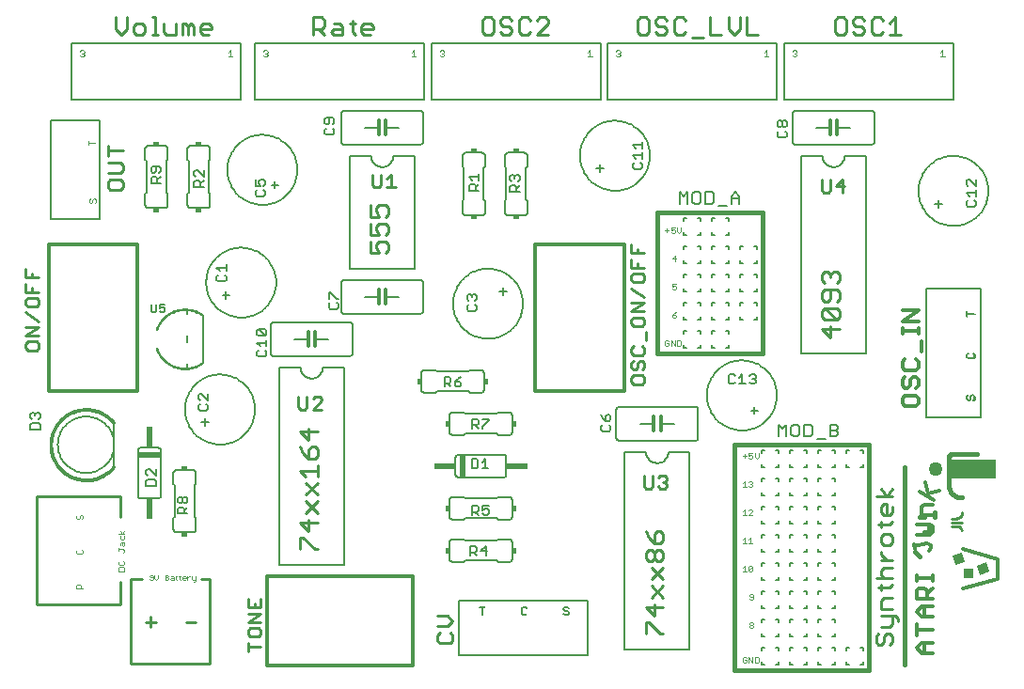
<source format=gto>
G75*
G70*
%OFA0B0*%
%FSLAX24Y24*%
%IPPOS*%
%LPD*%
%AMOC8*
5,1,8,0,0,1.08239X$1,22.5*
%
%ADD10C,0.0160*%
%ADD11C,0.0120*%
%ADD12C,0.0100*%
%ADD13C,0.0495*%
%ADD14C,0.0060*%
%ADD15C,0.0110*%
%ADD16C,0.0040*%
%ADD17C,0.0080*%
%ADD18C,0.0090*%
%ADD19C,0.0130*%
%ADD20C,0.0050*%
%ADD21R,0.1750X0.0700*%
%ADD22R,0.0350X0.0350*%
%ADD23R,0.0350X0.0350*%
%ADD24R,0.0200X0.0150*%
%ADD25C,0.0020*%
%ADD26R,0.0200X0.0800*%
%ADD27R,0.0750X0.0200*%
%ADD28R,0.0150X0.0200*%
%ADD29C,0.0010*%
%ADD30R,0.0800X0.0200*%
%ADD31R,0.0200X0.0750*%
%ADD32C,0.0030*%
D10*
X023050Y012300D02*
X026800Y012300D01*
X026800Y017300D01*
X023050Y017300D01*
X023050Y012300D01*
X025800Y009050D02*
X030550Y009050D01*
X030550Y001050D01*
X025800Y001050D01*
X025800Y009050D01*
X031821Y008240D02*
X031821Y001240D01*
X032346Y005090D02*
X032171Y005265D01*
X032521Y005965D02*
X032696Y005965D01*
X032696Y006140D01*
X032521Y006490D02*
X032346Y006490D01*
X032871Y006490D02*
X032871Y006665D01*
X033385Y007601D02*
X033385Y007885D01*
X033385Y007601D02*
X033388Y007559D01*
X033396Y007519D01*
X033407Y007479D01*
X033423Y007440D01*
X033441Y007403D01*
X033463Y007368D01*
X033488Y007335D01*
X033516Y007304D01*
X033547Y007276D01*
X033580Y007251D01*
X033615Y007229D01*
X033652Y007211D01*
X033691Y007196D01*
X033731Y007185D01*
X033772Y007177D01*
X033813Y007173D01*
X033855Y007174D01*
X033415Y008458D02*
X033390Y008458D01*
X033390Y008460D02*
X033382Y008582D01*
X033384Y008475D02*
X033384Y008464D01*
X033385Y008461D01*
X033387Y008459D01*
X033390Y008458D01*
X033390Y008460D02*
X033385Y008463D01*
X033383Y008469D01*
X033384Y008474D01*
X033382Y008582D02*
X033380Y008603D01*
X033382Y008623D01*
X033387Y008642D01*
X033395Y008661D01*
X033407Y008677D01*
X033421Y008692D01*
X033438Y008703D01*
X033456Y008712D01*
X033476Y008717D01*
X034380Y008720D01*
D11*
X032315Y010507D02*
X032218Y010410D01*
X031831Y010410D01*
X031735Y010507D01*
X031735Y010700D01*
X031831Y010797D01*
X032218Y010797D01*
X032315Y010700D01*
X032315Y010507D01*
X032218Y011055D02*
X032315Y011151D01*
X032315Y011345D01*
X032218Y011442D01*
X032122Y011442D01*
X032025Y011345D01*
X032025Y011151D01*
X031928Y011055D01*
X031831Y011055D01*
X031735Y011151D01*
X031735Y011345D01*
X031831Y011442D01*
X031831Y011699D02*
X032218Y011699D01*
X032315Y011796D01*
X032315Y011989D01*
X032218Y012086D01*
X032412Y012344D02*
X032412Y012731D01*
X032315Y012988D02*
X032315Y013182D01*
X032315Y013085D02*
X031735Y013085D01*
X031735Y012988D02*
X031735Y013182D01*
X031735Y013418D02*
X032315Y013805D01*
X031735Y013805D01*
X031735Y013418D02*
X032315Y013418D01*
X031831Y012086D02*
X031735Y011989D01*
X031735Y011796D01*
X031831Y011699D01*
X023170Y010050D02*
X023170Y009800D01*
X023170Y009550D01*
X022920Y009550D02*
X022920Y009800D01*
X022920Y010050D01*
X021875Y010952D02*
X021875Y016148D01*
X018725Y016148D01*
X018725Y010952D01*
X021875Y010952D01*
X013420Y014050D02*
X013420Y014300D01*
X013420Y014550D01*
X013170Y014550D02*
X013170Y014300D01*
X013170Y014050D01*
X010920Y013050D02*
X010920Y012800D01*
X010920Y012550D01*
X010670Y012550D02*
X010670Y012800D01*
X010670Y013050D01*
X004625Y010952D02*
X004625Y016148D01*
X001475Y016148D01*
X001475Y010952D01*
X004625Y010952D01*
X009202Y004375D02*
X014398Y004375D01*
X014398Y001225D01*
X009202Y001225D01*
X009202Y004375D01*
X013170Y020050D02*
X013170Y020300D01*
X013170Y020550D01*
X013420Y020550D02*
X013420Y020300D01*
X013420Y020050D01*
X029170Y020050D02*
X029170Y020300D01*
X029170Y020550D01*
X029420Y020550D02*
X029420Y020300D01*
X029420Y020050D01*
X033900Y005350D02*
X035125Y005000D01*
X035125Y004300D01*
X033900Y003950D01*
D12*
X004400Y004275D02*
X004400Y001300D01*
X007200Y001300D01*
X007200Y004275D01*
X006892Y004275D01*
X008540Y003579D02*
X008540Y003272D01*
X009000Y003272D01*
X009000Y003579D01*
X008770Y003425D02*
X008770Y003272D01*
X009000Y003063D02*
X008540Y003063D01*
X008540Y002756D02*
X009000Y003063D01*
X009000Y002756D02*
X008540Y002756D01*
X008616Y002548D02*
X008540Y002471D01*
X008540Y002317D01*
X008616Y002241D01*
X008923Y002241D01*
X009000Y002317D01*
X009000Y002471D01*
X008923Y002548D01*
X008616Y002548D01*
X008540Y002032D02*
X008540Y001725D01*
X008540Y001878D02*
X009000Y001878D01*
X006685Y002765D02*
X006335Y002765D01*
X005275Y002765D02*
X004920Y002765D01*
X005096Y002590D02*
X005096Y002940D01*
X004025Y003375D02*
X004025Y004182D01*
X004400Y004275D02*
X004795Y004275D01*
X004025Y003375D02*
X001050Y003375D01*
X001050Y007225D01*
X004025Y007225D01*
X004025Y006490D01*
X010325Y010377D02*
X010325Y010760D01*
X010632Y010760D02*
X010632Y010377D01*
X010555Y010300D01*
X010402Y010300D01*
X010325Y010377D01*
X010841Y010300D02*
X011148Y010607D01*
X011148Y010684D01*
X011071Y010760D01*
X010917Y010760D01*
X010841Y010684D01*
X010841Y010300D02*
X011148Y010300D01*
X001125Y012477D02*
X001125Y012630D01*
X001048Y012707D01*
X000741Y012707D01*
X000665Y012630D01*
X000665Y012477D01*
X000741Y012400D01*
X001048Y012400D01*
X001125Y012477D01*
X001125Y012916D02*
X000665Y012916D01*
X001125Y013223D01*
X000665Y013223D01*
X001125Y013431D02*
X000665Y013738D01*
X000741Y013947D02*
X000665Y014024D01*
X000665Y014177D01*
X000741Y014254D01*
X001048Y014254D01*
X001125Y014177D01*
X001125Y014024D01*
X001048Y013947D01*
X000741Y013947D01*
X000665Y014463D02*
X000665Y014769D01*
X000665Y014978D02*
X000665Y015285D01*
X000895Y015132D02*
X000895Y014978D01*
X001125Y014978D02*
X000665Y014978D01*
X000895Y014616D02*
X000895Y014463D01*
X001125Y014463D02*
X000665Y014463D01*
X012950Y018252D02*
X013027Y018175D01*
X013180Y018175D01*
X013257Y018252D01*
X013257Y018635D01*
X013466Y018482D02*
X013619Y018635D01*
X013619Y018175D01*
X013466Y018175D02*
X013773Y018175D01*
X012950Y018252D02*
X012950Y018635D01*
X022130Y016148D02*
X022130Y015841D01*
X022590Y015841D01*
X022360Y015841D02*
X022360Y015994D01*
X022130Y015632D02*
X022130Y015325D01*
X022590Y015325D01*
X022513Y015116D02*
X022206Y015116D01*
X022130Y015040D01*
X022130Y014886D01*
X022206Y014809D01*
X022513Y014809D01*
X022590Y014886D01*
X022590Y015040D01*
X022513Y015116D01*
X022360Y015325D02*
X022360Y015479D01*
X022130Y014601D02*
X022590Y014294D01*
X022590Y014085D02*
X022130Y014085D01*
X022130Y013778D02*
X022590Y014085D01*
X022590Y013778D02*
X022130Y013778D01*
X022206Y013569D02*
X022130Y013493D01*
X022130Y013339D01*
X022206Y013263D01*
X022513Y013263D01*
X022590Y013339D01*
X022590Y013493D01*
X022513Y013569D01*
X022206Y013569D01*
X022667Y013054D02*
X022667Y012747D01*
X022513Y012538D02*
X022590Y012461D01*
X022590Y012308D01*
X022513Y012231D01*
X022206Y012231D01*
X022130Y012308D01*
X022130Y012461D01*
X022206Y012538D01*
X022206Y012023D02*
X022130Y011946D01*
X022130Y011792D01*
X022206Y011716D01*
X022283Y011716D01*
X022360Y011792D01*
X022360Y011946D01*
X022437Y012023D01*
X022513Y012023D01*
X022590Y011946D01*
X022590Y011792D01*
X022513Y011716D01*
X022513Y011507D02*
X022206Y011507D01*
X022130Y011430D01*
X022130Y011277D01*
X022206Y011200D01*
X022513Y011200D01*
X022590Y011277D01*
X022590Y011430D01*
X022513Y011507D01*
X022575Y007960D02*
X022575Y007577D01*
X022652Y007500D01*
X022805Y007500D01*
X022882Y007577D01*
X022882Y007960D01*
X023091Y007884D02*
X023167Y007960D01*
X023321Y007960D01*
X023398Y007884D01*
X023398Y007807D01*
X023321Y007730D01*
X023398Y007653D01*
X023398Y007577D01*
X023321Y007500D01*
X023167Y007500D01*
X023091Y007577D01*
X023244Y007730D02*
X023321Y007730D01*
X033470Y006298D02*
X033862Y006298D01*
X033867Y006293D02*
X033867Y006288D01*
X033862Y006288D01*
X033867Y006293D02*
X033475Y006293D01*
X033483Y006159D02*
X033628Y006159D01*
X033627Y006159D02*
X033652Y006162D01*
X033676Y006161D01*
X033701Y006158D01*
X033725Y006151D01*
X033747Y006142D01*
X033768Y006129D01*
X033788Y006114D01*
X033805Y006096D01*
X033820Y006077D01*
X033832Y006055D01*
X033841Y006032D01*
X033847Y006008D01*
X033633Y006432D02*
X033488Y006432D01*
X033633Y006432D02*
X033661Y006434D01*
X033688Y006439D01*
X033715Y006447D01*
X033740Y006458D01*
X033764Y006473D01*
X033786Y006490D01*
X033806Y006510D01*
X033823Y006532D01*
X033838Y006556D01*
X033849Y006581D01*
X033857Y006608D01*
X033862Y006635D01*
X033864Y006663D01*
X033864Y006644D02*
X033864Y006643D01*
X033865Y006641D01*
X033867Y006641D01*
X029621Y018000D02*
X029621Y018460D01*
X029391Y018230D01*
X029698Y018230D01*
X029182Y018077D02*
X029182Y018460D01*
X028875Y018460D02*
X028875Y018077D01*
X028952Y018000D01*
X029105Y018000D01*
X029182Y018077D01*
D13*
X032908Y008187D03*
D14*
X030350Y008250D02*
X030350Y008350D01*
X030350Y008250D02*
X030250Y008250D01*
X029850Y008250D02*
X029750Y008250D01*
X029750Y008350D01*
X029350Y008350D02*
X029350Y008250D01*
X029250Y008250D01*
X029250Y007850D02*
X029350Y007850D01*
X029350Y007750D01*
X029350Y007350D02*
X029350Y007250D01*
X029250Y007250D01*
X029250Y006850D02*
X029350Y006850D01*
X029350Y006750D01*
X029350Y006350D02*
X029350Y006250D01*
X029250Y006250D01*
X029250Y005850D02*
X029350Y005850D01*
X029350Y005750D01*
X029350Y005350D02*
X029350Y005250D01*
X029250Y005250D01*
X029250Y004850D02*
X029350Y004850D01*
X029350Y004750D01*
X029350Y004350D02*
X029350Y004250D01*
X029250Y004250D01*
X029250Y003850D02*
X029350Y003850D01*
X029350Y003750D01*
X029350Y003350D02*
X029350Y003250D01*
X029250Y003250D01*
X029250Y002850D02*
X029350Y002850D01*
X029350Y002750D01*
X029350Y002350D02*
X029350Y002250D01*
X029250Y002250D01*
X029250Y001850D02*
X029350Y001850D01*
X029350Y001750D01*
X029750Y001750D02*
X029750Y001850D01*
X029850Y001850D01*
X030250Y001850D02*
X030350Y001850D01*
X030350Y001750D01*
X030350Y001350D02*
X030350Y001250D01*
X030250Y001250D01*
X029850Y001250D02*
X029750Y001250D01*
X029750Y001350D01*
X029350Y001350D02*
X029350Y001250D01*
X029250Y001250D01*
X028850Y001250D02*
X028750Y001250D01*
X028750Y001350D01*
X028350Y001350D02*
X028350Y001250D01*
X028250Y001250D01*
X027850Y001250D02*
X027750Y001250D01*
X027750Y001350D01*
X027350Y001350D02*
X027350Y001250D01*
X027250Y001250D01*
X026850Y001250D02*
X026750Y001250D01*
X026750Y001350D01*
X026750Y001750D02*
X026750Y001850D01*
X026850Y001850D01*
X027250Y001850D02*
X027350Y001850D01*
X027350Y001750D01*
X027750Y001750D02*
X027750Y001850D01*
X027850Y001850D01*
X028250Y001850D02*
X028350Y001850D01*
X028350Y001750D01*
X028750Y001750D02*
X028750Y001850D01*
X028850Y001850D01*
X028850Y002250D02*
X028750Y002250D01*
X028750Y002350D01*
X028350Y002350D02*
X028350Y002250D01*
X028250Y002250D01*
X027850Y002250D02*
X027750Y002250D01*
X027750Y002350D01*
X027350Y002350D02*
X027350Y002250D01*
X027250Y002250D01*
X026850Y002250D02*
X026750Y002250D01*
X026750Y002350D01*
X026750Y002750D02*
X026750Y002850D01*
X026850Y002850D01*
X027250Y002850D02*
X027350Y002850D01*
X027350Y002750D01*
X027750Y002750D02*
X027750Y002850D01*
X027850Y002850D01*
X028250Y002850D02*
X028350Y002850D01*
X028350Y002750D01*
X028750Y002750D02*
X028750Y002850D01*
X028850Y002850D01*
X028850Y003250D02*
X028750Y003250D01*
X028750Y003350D01*
X028350Y003350D02*
X028350Y003250D01*
X028250Y003250D01*
X027850Y003250D02*
X027750Y003250D01*
X027750Y003350D01*
X027350Y003350D02*
X027350Y003250D01*
X027250Y003250D01*
X026850Y003250D02*
X026750Y003250D01*
X026750Y003350D01*
X026750Y003750D02*
X026750Y003850D01*
X026850Y003850D01*
X027250Y003850D02*
X027350Y003850D01*
X027350Y003750D01*
X027750Y003750D02*
X027750Y003850D01*
X027850Y003850D01*
X028250Y003850D02*
X028350Y003850D01*
X028350Y003750D01*
X028750Y003750D02*
X028750Y003850D01*
X028850Y003850D01*
X028850Y004250D02*
X028750Y004250D01*
X028750Y004350D01*
X028350Y004350D02*
X028350Y004250D01*
X028250Y004250D01*
X027850Y004250D02*
X027750Y004250D01*
X027750Y004350D01*
X027350Y004350D02*
X027350Y004250D01*
X027250Y004250D01*
X026850Y004250D02*
X026750Y004250D01*
X026750Y004350D01*
X026750Y004750D02*
X026750Y004850D01*
X026850Y004850D01*
X027250Y004850D02*
X027350Y004850D01*
X027350Y004750D01*
X027750Y004750D02*
X027750Y004850D01*
X027850Y004850D01*
X028250Y004850D02*
X028350Y004850D01*
X028350Y004750D01*
X028750Y004750D02*
X028750Y004850D01*
X028850Y004850D01*
X028850Y005250D02*
X028750Y005250D01*
X028750Y005350D01*
X028350Y005350D02*
X028350Y005250D01*
X028250Y005250D01*
X027850Y005250D02*
X027750Y005250D01*
X027750Y005350D01*
X027350Y005350D02*
X027350Y005250D01*
X027250Y005250D01*
X026850Y005250D02*
X026750Y005250D01*
X026750Y005350D01*
X026750Y005750D02*
X026750Y005850D01*
X026850Y005850D01*
X027250Y005850D02*
X027350Y005850D01*
X027350Y005750D01*
X027750Y005750D02*
X027750Y005850D01*
X027850Y005850D01*
X028250Y005850D02*
X028350Y005850D01*
X028350Y005750D01*
X028750Y005750D02*
X028750Y005850D01*
X028850Y005850D01*
X028850Y006250D02*
X028750Y006250D01*
X028750Y006350D01*
X028350Y006350D02*
X028350Y006250D01*
X028250Y006250D01*
X027850Y006250D02*
X027750Y006250D01*
X027750Y006350D01*
X027350Y006350D02*
X027350Y006250D01*
X027250Y006250D01*
X026850Y006250D02*
X026750Y006250D01*
X026750Y006350D01*
X026750Y006750D02*
X026750Y006850D01*
X026850Y006850D01*
X027250Y006850D02*
X027350Y006850D01*
X027350Y006750D01*
X027750Y006750D02*
X027750Y006850D01*
X027850Y006850D01*
X028250Y006850D02*
X028350Y006850D01*
X028350Y006750D01*
X028750Y006750D02*
X028750Y006850D01*
X028850Y006850D01*
X028850Y007250D02*
X028750Y007250D01*
X028750Y007350D01*
X028350Y007350D02*
X028350Y007250D01*
X028250Y007250D01*
X027850Y007250D02*
X027750Y007250D01*
X027750Y007350D01*
X027350Y007350D02*
X027350Y007250D01*
X027250Y007250D01*
X026850Y007250D02*
X026750Y007250D01*
X026750Y007350D01*
X026750Y007750D02*
X026750Y007850D01*
X026850Y007850D01*
X027250Y007850D02*
X027350Y007850D01*
X027350Y007750D01*
X027750Y007750D02*
X027750Y007850D01*
X027850Y007850D01*
X028250Y007850D02*
X028350Y007850D01*
X028350Y007750D01*
X028750Y007750D02*
X028750Y007850D01*
X028850Y007850D01*
X028850Y008250D02*
X028750Y008250D01*
X028750Y008350D01*
X028350Y008350D02*
X028350Y008250D01*
X028250Y008250D01*
X027850Y008250D02*
X027750Y008250D01*
X027750Y008350D01*
X027350Y008350D02*
X027350Y008250D01*
X027250Y008250D01*
X026850Y008250D02*
X026750Y008250D01*
X026750Y008350D01*
X026750Y008750D02*
X026750Y008850D01*
X026850Y008850D01*
X027250Y008850D02*
X027350Y008850D01*
X027350Y008750D01*
X027750Y008750D02*
X027750Y008850D01*
X027850Y008850D01*
X028250Y008850D02*
X028350Y008850D01*
X028350Y008750D01*
X028750Y008750D02*
X028750Y008850D01*
X028850Y008850D01*
X029250Y008850D02*
X029350Y008850D01*
X029350Y008750D01*
X029750Y008750D02*
X029750Y008850D01*
X029850Y008850D01*
X030250Y008850D02*
X030350Y008850D01*
X030350Y008750D01*
X026630Y010260D02*
X026370Y010260D01*
X026500Y010140D02*
X026500Y010390D01*
X024810Y010800D02*
X024812Y010870D01*
X024818Y010940D01*
X024828Y011010D01*
X024842Y011078D01*
X024859Y011146D01*
X024881Y011213D01*
X024906Y011279D01*
X024935Y011343D01*
X024967Y011405D01*
X025003Y011465D01*
X025043Y011523D01*
X025085Y011579D01*
X025131Y011632D01*
X025179Y011683D01*
X025231Y011731D01*
X025285Y011776D01*
X025341Y011817D01*
X025400Y011856D01*
X025461Y011891D01*
X025523Y011923D01*
X025588Y011951D01*
X025653Y011975D01*
X025721Y011995D01*
X025789Y012012D01*
X025858Y012025D01*
X025927Y012034D01*
X025997Y012039D01*
X026068Y012040D01*
X026138Y012037D01*
X026208Y012030D01*
X026277Y012019D01*
X026345Y012004D01*
X026413Y011986D01*
X026480Y011963D01*
X026545Y011937D01*
X026608Y011907D01*
X026670Y011874D01*
X026730Y011837D01*
X026787Y011797D01*
X026843Y011754D01*
X026895Y011707D01*
X026945Y011658D01*
X026992Y011606D01*
X027036Y011551D01*
X027077Y011494D01*
X027115Y011435D01*
X027149Y011374D01*
X027180Y011311D01*
X027207Y011246D01*
X027230Y011180D01*
X027250Y011112D01*
X027266Y011044D01*
X027278Y010975D01*
X027286Y010905D01*
X027290Y010835D01*
X027290Y010765D01*
X027286Y010695D01*
X027278Y010625D01*
X027266Y010556D01*
X027250Y010488D01*
X027230Y010420D01*
X027207Y010354D01*
X027180Y010289D01*
X027149Y010226D01*
X027115Y010165D01*
X027077Y010106D01*
X027036Y010049D01*
X026992Y009994D01*
X026945Y009942D01*
X026895Y009893D01*
X026843Y009846D01*
X026787Y009803D01*
X026730Y009763D01*
X026670Y009726D01*
X026608Y009693D01*
X026545Y009663D01*
X026480Y009637D01*
X026413Y009614D01*
X026345Y009596D01*
X026277Y009581D01*
X026208Y009570D01*
X026138Y009563D01*
X026068Y009560D01*
X025997Y009561D01*
X025927Y009566D01*
X025858Y009575D01*
X025789Y009588D01*
X025721Y009605D01*
X025653Y009625D01*
X025588Y009649D01*
X025523Y009677D01*
X025461Y009709D01*
X025400Y009744D01*
X025341Y009783D01*
X025285Y009824D01*
X025231Y009869D01*
X025179Y009917D01*
X025131Y009968D01*
X025085Y010021D01*
X025043Y010077D01*
X025003Y010135D01*
X024967Y010195D01*
X024935Y010257D01*
X024906Y010321D01*
X024881Y010387D01*
X024859Y010454D01*
X024842Y010522D01*
X024828Y010590D01*
X024818Y010660D01*
X024812Y010730D01*
X024810Y010800D01*
X024400Y010400D02*
X021700Y010400D01*
X021683Y010398D01*
X021666Y010394D01*
X021650Y010387D01*
X021636Y010377D01*
X021623Y010364D01*
X021613Y010350D01*
X021606Y010334D01*
X021602Y010317D01*
X021600Y010300D01*
X021600Y009300D01*
X021602Y009283D01*
X021606Y009266D01*
X021613Y009250D01*
X021623Y009236D01*
X021636Y009223D01*
X021650Y009213D01*
X021666Y009206D01*
X021683Y009202D01*
X021700Y009200D01*
X024400Y009200D01*
X024417Y009202D01*
X024434Y009206D01*
X024450Y009213D01*
X024464Y009223D01*
X024477Y009236D01*
X024487Y009250D01*
X024494Y009266D01*
X024498Y009283D01*
X024500Y009300D01*
X024500Y010300D01*
X024498Y010317D01*
X024494Y010334D01*
X024487Y010350D01*
X024477Y010364D01*
X024464Y010377D01*
X024450Y010387D01*
X024434Y010394D01*
X024417Y010398D01*
X024400Y010400D01*
X023650Y009800D02*
X023170Y009800D01*
X022920Y009800D02*
X022450Y009800D01*
X021395Y009689D02*
X021338Y009745D01*
X021395Y009689D02*
X021395Y009575D01*
X021338Y009518D01*
X021111Y009518D01*
X021055Y009575D01*
X021055Y009689D01*
X021111Y009745D01*
X021225Y009887D02*
X021225Y010057D01*
X021282Y010114D01*
X021338Y010114D01*
X021395Y010057D01*
X021395Y009943D01*
X021338Y009887D01*
X021225Y009887D01*
X021111Y010000D01*
X021055Y010114D01*
X021900Y008800D02*
X022650Y008800D01*
X022652Y008761D01*
X022658Y008722D01*
X022667Y008684D01*
X022680Y008647D01*
X022697Y008611D01*
X022717Y008578D01*
X022741Y008546D01*
X022767Y008517D01*
X022796Y008491D01*
X022828Y008467D01*
X022861Y008447D01*
X022897Y008430D01*
X022934Y008417D01*
X022972Y008408D01*
X023011Y008402D01*
X023050Y008400D01*
X023089Y008402D01*
X023128Y008408D01*
X023166Y008417D01*
X023203Y008430D01*
X023239Y008447D01*
X023272Y008467D01*
X023304Y008491D01*
X023333Y008517D01*
X023359Y008546D01*
X023383Y008578D01*
X023403Y008611D01*
X023420Y008647D01*
X023433Y008684D01*
X023442Y008722D01*
X023448Y008761D01*
X023450Y008800D01*
X024200Y008800D01*
X024200Y001800D01*
X021900Y001800D01*
X021900Y008800D01*
X025575Y011262D02*
X025632Y011205D01*
X025745Y011205D01*
X025802Y011262D01*
X025943Y011205D02*
X026170Y011205D01*
X026057Y011205D02*
X026057Y011545D01*
X025943Y011432D01*
X025802Y011489D02*
X025745Y011545D01*
X025632Y011545D01*
X025575Y011489D01*
X025575Y011262D01*
X026312Y011262D02*
X026368Y011205D01*
X026482Y011205D01*
X026539Y011262D01*
X026539Y011318D01*
X026482Y011375D01*
X026425Y011375D01*
X026482Y011375D02*
X026539Y011432D01*
X026539Y011489D01*
X026482Y011545D01*
X026368Y011545D01*
X026312Y011489D01*
X025600Y012500D02*
X025600Y012600D01*
X025600Y012500D02*
X025500Y012500D01*
X025100Y012500D02*
X025000Y012500D01*
X025000Y012600D01*
X024600Y012600D02*
X024600Y012500D01*
X024500Y012500D01*
X024100Y012500D02*
X024000Y012500D01*
X024000Y012600D01*
X024000Y013000D02*
X024000Y013100D01*
X024100Y013100D01*
X024500Y013100D02*
X024600Y013100D01*
X024600Y013000D01*
X025000Y013000D02*
X025000Y013100D01*
X025100Y013100D01*
X025500Y013100D02*
X025600Y013100D01*
X025600Y013000D01*
X025600Y013500D02*
X025600Y013600D01*
X025600Y013500D02*
X025500Y013500D01*
X025100Y013500D02*
X025000Y013500D01*
X025000Y013600D01*
X024600Y013600D02*
X024600Y013500D01*
X024500Y013500D01*
X024100Y013500D02*
X024000Y013500D01*
X024000Y013600D01*
X024000Y014000D02*
X024000Y014100D01*
X024100Y014100D01*
X024500Y014100D02*
X024600Y014100D01*
X024600Y014000D01*
X025000Y014000D02*
X025000Y014100D01*
X025100Y014100D01*
X025500Y014100D02*
X025600Y014100D01*
X025600Y014000D01*
X026000Y014000D02*
X026000Y014100D01*
X026100Y014100D01*
X026500Y014100D02*
X026600Y014100D01*
X026600Y014000D01*
X026600Y013600D02*
X026600Y013500D01*
X026500Y013500D01*
X026100Y013500D02*
X026000Y013500D01*
X026000Y013600D01*
X026000Y014500D02*
X026100Y014500D01*
X026000Y014500D02*
X026000Y014600D01*
X025600Y014600D02*
X025600Y014500D01*
X025500Y014500D01*
X025100Y014500D02*
X025000Y014500D01*
X025000Y014600D01*
X024600Y014600D02*
X024600Y014500D01*
X024500Y014500D01*
X024100Y014500D02*
X024000Y014500D01*
X024000Y014600D01*
X024000Y015000D02*
X024000Y015100D01*
X024100Y015100D01*
X024500Y015100D02*
X024600Y015100D01*
X024600Y015000D01*
X025000Y015000D02*
X025000Y015100D01*
X025100Y015100D01*
X025500Y015100D02*
X025600Y015100D01*
X025600Y015000D01*
X026000Y015000D02*
X026000Y015100D01*
X026100Y015100D01*
X026500Y015100D02*
X026600Y015100D01*
X026600Y015000D01*
X026600Y014600D02*
X026600Y014500D01*
X026500Y014500D01*
X026500Y015500D02*
X026600Y015500D01*
X026600Y015600D01*
X026100Y015500D02*
X026000Y015500D01*
X026000Y015600D01*
X025600Y015600D02*
X025600Y015500D01*
X025500Y015500D01*
X025100Y015500D02*
X025000Y015500D01*
X025000Y015600D01*
X024600Y015600D02*
X024600Y015500D01*
X024500Y015500D01*
X024100Y015500D02*
X024000Y015500D01*
X024000Y015600D01*
X024000Y016000D02*
X024000Y016100D01*
X024100Y016100D01*
X024500Y016100D02*
X024600Y016100D01*
X024600Y016000D01*
X025000Y016000D02*
X025000Y016100D01*
X025100Y016100D01*
X025500Y016100D02*
X025600Y016100D01*
X025600Y016000D01*
X026000Y016000D02*
X026000Y016100D01*
X026100Y016100D01*
X026500Y016100D02*
X026600Y016100D01*
X026600Y016000D01*
X025600Y016500D02*
X025600Y016600D01*
X025600Y016500D02*
X025500Y016500D01*
X025100Y016500D02*
X025000Y016500D01*
X025000Y016600D01*
X024600Y016600D02*
X024600Y016500D01*
X024500Y016500D01*
X024100Y016500D02*
X024000Y016500D01*
X024000Y016600D01*
X024000Y017000D02*
X024000Y017100D01*
X024100Y017100D01*
X024500Y017100D02*
X024600Y017100D01*
X024600Y017000D01*
X025000Y017000D02*
X025000Y017100D01*
X025100Y017100D01*
X025500Y017100D02*
X025600Y017100D01*
X025600Y017000D01*
X022520Y018887D02*
X022520Y019000D01*
X022463Y019057D01*
X022520Y019198D02*
X022520Y019425D01*
X022520Y019312D02*
X022180Y019312D01*
X022293Y019198D01*
X022236Y019057D02*
X022180Y019000D01*
X022180Y018887D01*
X022236Y018830D01*
X022463Y018830D01*
X022520Y018887D01*
X022520Y019567D02*
X022520Y019793D01*
X022520Y019680D02*
X022180Y019680D01*
X022293Y019567D01*
X020310Y019300D02*
X020312Y019370D01*
X020318Y019440D01*
X020328Y019510D01*
X020342Y019578D01*
X020359Y019646D01*
X020381Y019713D01*
X020406Y019779D01*
X020435Y019843D01*
X020467Y019905D01*
X020503Y019965D01*
X020543Y020023D01*
X020585Y020079D01*
X020631Y020132D01*
X020679Y020183D01*
X020731Y020231D01*
X020785Y020276D01*
X020841Y020317D01*
X020900Y020356D01*
X020961Y020391D01*
X021023Y020423D01*
X021088Y020451D01*
X021153Y020475D01*
X021221Y020495D01*
X021289Y020512D01*
X021358Y020525D01*
X021427Y020534D01*
X021497Y020539D01*
X021568Y020540D01*
X021638Y020537D01*
X021708Y020530D01*
X021777Y020519D01*
X021845Y020504D01*
X021913Y020486D01*
X021980Y020463D01*
X022045Y020437D01*
X022108Y020407D01*
X022170Y020374D01*
X022230Y020337D01*
X022287Y020297D01*
X022343Y020254D01*
X022395Y020207D01*
X022445Y020158D01*
X022492Y020106D01*
X022536Y020051D01*
X022577Y019994D01*
X022615Y019935D01*
X022649Y019874D01*
X022680Y019811D01*
X022707Y019746D01*
X022730Y019680D01*
X022750Y019612D01*
X022766Y019544D01*
X022778Y019475D01*
X022786Y019405D01*
X022790Y019335D01*
X022790Y019265D01*
X022786Y019195D01*
X022778Y019125D01*
X022766Y019056D01*
X022750Y018988D01*
X022730Y018920D01*
X022707Y018854D01*
X022680Y018789D01*
X022649Y018726D01*
X022615Y018665D01*
X022577Y018606D01*
X022536Y018549D01*
X022492Y018494D01*
X022445Y018442D01*
X022395Y018393D01*
X022343Y018346D01*
X022287Y018303D01*
X022230Y018263D01*
X022170Y018226D01*
X022108Y018193D01*
X022045Y018163D01*
X021980Y018137D01*
X021913Y018114D01*
X021845Y018096D01*
X021777Y018081D01*
X021708Y018070D01*
X021638Y018063D01*
X021568Y018060D01*
X021497Y018061D01*
X021427Y018066D01*
X021358Y018075D01*
X021289Y018088D01*
X021221Y018105D01*
X021153Y018125D01*
X021088Y018149D01*
X021023Y018177D01*
X020961Y018209D01*
X020900Y018244D01*
X020841Y018283D01*
X020785Y018324D01*
X020731Y018369D01*
X020679Y018417D01*
X020631Y018468D01*
X020585Y018521D01*
X020543Y018577D01*
X020503Y018635D01*
X020467Y018695D01*
X020435Y018757D01*
X020406Y018821D01*
X020381Y018887D01*
X020359Y018954D01*
X020342Y019022D01*
X020328Y019090D01*
X020318Y019160D01*
X020312Y019230D01*
X020310Y019300D01*
X020890Y018850D02*
X021140Y018850D01*
X021010Y018980D02*
X021010Y018720D01*
X018450Y018906D02*
X018400Y018856D01*
X018400Y017744D01*
X018450Y017694D01*
X018450Y017294D01*
X018448Y017277D01*
X018444Y017260D01*
X018437Y017244D01*
X018427Y017230D01*
X018414Y017217D01*
X018400Y017207D01*
X018384Y017200D01*
X018367Y017196D01*
X018350Y017194D01*
X017750Y017194D01*
X017733Y017196D01*
X017716Y017200D01*
X017700Y017207D01*
X017686Y017217D01*
X017673Y017230D01*
X017663Y017244D01*
X017656Y017260D01*
X017652Y017277D01*
X017650Y017294D01*
X017650Y017694D01*
X017700Y017744D01*
X017700Y018856D01*
X017650Y018906D01*
X017650Y019306D01*
X017652Y019323D01*
X017656Y019340D01*
X017663Y019356D01*
X017673Y019370D01*
X017686Y019383D01*
X017700Y019393D01*
X017716Y019400D01*
X017733Y019404D01*
X017750Y019406D01*
X018350Y019406D01*
X018367Y019404D01*
X018384Y019400D01*
X018400Y019393D01*
X018414Y019383D01*
X018427Y019370D01*
X018437Y019356D01*
X018444Y019340D01*
X018448Y019323D01*
X018450Y019306D01*
X018450Y018906D01*
X018113Y018614D02*
X018170Y018557D01*
X018170Y018443D01*
X018113Y018387D01*
X018170Y018245D02*
X018057Y018132D01*
X018057Y018189D02*
X018057Y018018D01*
X018170Y018018D02*
X017830Y018018D01*
X017830Y018189D01*
X017886Y018245D01*
X018000Y018245D01*
X018057Y018189D01*
X017886Y018387D02*
X017830Y018443D01*
X017830Y018557D01*
X017886Y018614D01*
X017943Y018614D01*
X018000Y018557D01*
X018057Y018614D01*
X018113Y018614D01*
X018000Y018557D02*
X018000Y018500D01*
X016950Y018906D02*
X016950Y019306D01*
X016948Y019323D01*
X016944Y019340D01*
X016937Y019356D01*
X016927Y019370D01*
X016914Y019383D01*
X016900Y019393D01*
X016884Y019400D01*
X016867Y019404D01*
X016850Y019406D01*
X016250Y019406D01*
X016233Y019404D01*
X016216Y019400D01*
X016200Y019393D01*
X016186Y019383D01*
X016173Y019370D01*
X016163Y019356D01*
X016156Y019340D01*
X016152Y019323D01*
X016150Y019306D01*
X016150Y018906D01*
X016200Y018856D01*
X016200Y017744D01*
X016150Y017694D01*
X016150Y017294D01*
X016152Y017277D01*
X016156Y017260D01*
X016163Y017244D01*
X016173Y017230D01*
X016186Y017217D01*
X016200Y017207D01*
X016216Y017200D01*
X016233Y017196D01*
X016250Y017194D01*
X016850Y017194D01*
X016867Y017196D01*
X016884Y017200D01*
X016900Y017207D01*
X016914Y017217D01*
X016927Y017230D01*
X016937Y017244D01*
X016944Y017260D01*
X016948Y017277D01*
X016950Y017294D01*
X016950Y017694D01*
X016900Y017744D01*
X016900Y018856D01*
X016950Y018906D01*
X016720Y018664D02*
X016720Y018437D01*
X016720Y018550D02*
X016380Y018550D01*
X016493Y018437D01*
X016436Y018295D02*
X016380Y018239D01*
X016380Y018068D01*
X016720Y018068D01*
X016607Y018068D02*
X016607Y018239D01*
X016550Y018295D01*
X016436Y018295D01*
X016607Y018182D02*
X016720Y018295D01*
X014750Y019800D02*
X014750Y020800D01*
X014748Y020817D01*
X014744Y020834D01*
X014737Y020850D01*
X014727Y020864D01*
X014714Y020877D01*
X014700Y020887D01*
X014684Y020894D01*
X014667Y020898D01*
X014650Y020900D01*
X011950Y020900D01*
X011933Y020898D01*
X011916Y020894D01*
X011900Y020887D01*
X011886Y020877D01*
X011873Y020864D01*
X011863Y020850D01*
X011856Y020834D01*
X011852Y020817D01*
X011850Y020800D01*
X011850Y019800D01*
X011852Y019783D01*
X011856Y019766D01*
X011863Y019750D01*
X011873Y019736D01*
X011886Y019723D01*
X011900Y019713D01*
X011916Y019706D01*
X011933Y019702D01*
X011950Y019700D01*
X014650Y019700D01*
X014667Y019702D01*
X014684Y019706D01*
X014700Y019713D01*
X014714Y019723D01*
X014727Y019736D01*
X014737Y019750D01*
X014744Y019766D01*
X014748Y019783D01*
X014750Y019800D01*
X014450Y019300D02*
X013700Y019300D01*
X013698Y019261D01*
X013692Y019222D01*
X013683Y019184D01*
X013670Y019147D01*
X013653Y019111D01*
X013633Y019078D01*
X013609Y019046D01*
X013583Y019017D01*
X013554Y018991D01*
X013522Y018967D01*
X013489Y018947D01*
X013453Y018930D01*
X013416Y018917D01*
X013378Y018908D01*
X013339Y018902D01*
X013300Y018900D01*
X013261Y018902D01*
X013222Y018908D01*
X013184Y018917D01*
X013147Y018930D01*
X013111Y018947D01*
X013078Y018967D01*
X013046Y018991D01*
X013017Y019017D01*
X012991Y019046D01*
X012967Y019078D01*
X012947Y019111D01*
X012930Y019147D01*
X012917Y019184D01*
X012908Y019222D01*
X012902Y019261D01*
X012900Y019300D01*
X012150Y019300D01*
X012150Y015300D01*
X014450Y015300D01*
X014450Y019300D01*
X013900Y020300D02*
X013420Y020300D01*
X013170Y020300D02*
X012700Y020300D01*
X011595Y020214D02*
X011595Y020100D01*
X011538Y020043D01*
X011311Y020043D01*
X011255Y020100D01*
X011255Y020214D01*
X011311Y020270D01*
X011311Y020412D02*
X011368Y020412D01*
X011425Y020468D01*
X011425Y020639D01*
X011538Y020639D02*
X011311Y020639D01*
X011255Y020582D01*
X011255Y020468D01*
X011311Y020412D01*
X011538Y020412D02*
X011595Y020468D01*
X011595Y020582D01*
X011538Y020639D01*
X011538Y020270D02*
X011595Y020214D01*
X009500Y018390D02*
X009500Y018140D01*
X009370Y018260D02*
X009630Y018260D01*
X009145Y018280D02*
X009088Y018223D01*
X009145Y018280D02*
X009145Y018393D01*
X009088Y018450D01*
X008975Y018450D01*
X008918Y018393D01*
X008918Y018337D01*
X008975Y018223D01*
X008805Y018223D01*
X008805Y018450D01*
X007810Y018800D02*
X007812Y018870D01*
X007818Y018940D01*
X007828Y019010D01*
X007842Y019078D01*
X007859Y019146D01*
X007881Y019213D01*
X007906Y019279D01*
X007935Y019343D01*
X007967Y019405D01*
X008003Y019465D01*
X008043Y019523D01*
X008085Y019579D01*
X008131Y019632D01*
X008179Y019683D01*
X008231Y019731D01*
X008285Y019776D01*
X008341Y019817D01*
X008400Y019856D01*
X008461Y019891D01*
X008523Y019923D01*
X008588Y019951D01*
X008653Y019975D01*
X008721Y019995D01*
X008789Y020012D01*
X008858Y020025D01*
X008927Y020034D01*
X008997Y020039D01*
X009068Y020040D01*
X009138Y020037D01*
X009208Y020030D01*
X009277Y020019D01*
X009345Y020004D01*
X009413Y019986D01*
X009480Y019963D01*
X009545Y019937D01*
X009608Y019907D01*
X009670Y019874D01*
X009730Y019837D01*
X009787Y019797D01*
X009843Y019754D01*
X009895Y019707D01*
X009945Y019658D01*
X009992Y019606D01*
X010036Y019551D01*
X010077Y019494D01*
X010115Y019435D01*
X010149Y019374D01*
X010180Y019311D01*
X010207Y019246D01*
X010230Y019180D01*
X010250Y019112D01*
X010266Y019044D01*
X010278Y018975D01*
X010286Y018905D01*
X010290Y018835D01*
X010290Y018765D01*
X010286Y018695D01*
X010278Y018625D01*
X010266Y018556D01*
X010250Y018488D01*
X010230Y018420D01*
X010207Y018354D01*
X010180Y018289D01*
X010149Y018226D01*
X010115Y018165D01*
X010077Y018106D01*
X010036Y018049D01*
X009992Y017994D01*
X009945Y017942D01*
X009895Y017893D01*
X009843Y017846D01*
X009787Y017803D01*
X009730Y017763D01*
X009670Y017726D01*
X009608Y017693D01*
X009545Y017663D01*
X009480Y017637D01*
X009413Y017614D01*
X009345Y017596D01*
X009277Y017581D01*
X009208Y017570D01*
X009138Y017563D01*
X009068Y017560D01*
X008997Y017561D01*
X008927Y017566D01*
X008858Y017575D01*
X008789Y017588D01*
X008721Y017605D01*
X008653Y017625D01*
X008588Y017649D01*
X008523Y017677D01*
X008461Y017709D01*
X008400Y017744D01*
X008341Y017783D01*
X008285Y017824D01*
X008231Y017869D01*
X008179Y017917D01*
X008131Y017968D01*
X008085Y018021D01*
X008043Y018077D01*
X008003Y018135D01*
X007967Y018195D01*
X007935Y018257D01*
X007906Y018321D01*
X007881Y018387D01*
X007859Y018454D01*
X007842Y018522D01*
X007828Y018590D01*
X007818Y018660D01*
X007812Y018730D01*
X007810Y018800D01*
X007200Y019156D02*
X007150Y019106D01*
X007150Y017994D01*
X007200Y017944D01*
X007200Y017544D01*
X007198Y017527D01*
X007194Y017510D01*
X007187Y017494D01*
X007177Y017480D01*
X007164Y017467D01*
X007150Y017457D01*
X007134Y017450D01*
X007117Y017446D01*
X007100Y017444D01*
X006500Y017444D01*
X006483Y017446D01*
X006466Y017450D01*
X006450Y017457D01*
X006436Y017467D01*
X006423Y017480D01*
X006413Y017494D01*
X006406Y017510D01*
X006402Y017527D01*
X006400Y017544D01*
X006400Y017944D01*
X006450Y017994D01*
X006450Y019106D01*
X006400Y019156D01*
X006400Y019556D01*
X006402Y019573D01*
X006406Y019590D01*
X006413Y019606D01*
X006423Y019620D01*
X006436Y019633D01*
X006450Y019643D01*
X006466Y019650D01*
X006483Y019654D01*
X006500Y019656D01*
X007100Y019656D01*
X007117Y019654D01*
X007134Y019650D01*
X007150Y019643D01*
X007164Y019633D01*
X007177Y019620D01*
X007187Y019606D01*
X007194Y019590D01*
X007198Y019573D01*
X007200Y019556D01*
X007200Y019156D01*
X006970Y018789D02*
X006970Y018562D01*
X006743Y018789D01*
X006686Y018789D01*
X006630Y018732D01*
X006630Y018618D01*
X006686Y018562D01*
X006686Y018420D02*
X006800Y018420D01*
X006857Y018364D01*
X006857Y018193D01*
X006970Y018193D02*
X006630Y018193D01*
X006630Y018364D01*
X006686Y018420D01*
X006857Y018307D02*
X006970Y018420D01*
X005700Y017944D02*
X005700Y017544D01*
X005698Y017527D01*
X005694Y017510D01*
X005687Y017494D01*
X005677Y017480D01*
X005664Y017467D01*
X005650Y017457D01*
X005634Y017450D01*
X005617Y017446D01*
X005600Y017444D01*
X005000Y017444D01*
X004983Y017446D01*
X004966Y017450D01*
X004950Y017457D01*
X004936Y017467D01*
X004923Y017480D01*
X004913Y017494D01*
X004906Y017510D01*
X004902Y017527D01*
X004900Y017544D01*
X004900Y017944D01*
X004950Y017994D01*
X004950Y019106D01*
X004900Y019156D01*
X004900Y019556D01*
X004902Y019573D01*
X004906Y019590D01*
X004913Y019606D01*
X004923Y019620D01*
X004936Y019633D01*
X004950Y019643D01*
X004966Y019650D01*
X004983Y019654D01*
X005000Y019656D01*
X005600Y019656D01*
X005617Y019654D01*
X005634Y019650D01*
X005650Y019643D01*
X005664Y019633D01*
X005677Y019620D01*
X005687Y019606D01*
X005694Y019590D01*
X005698Y019573D01*
X005700Y019556D01*
X005700Y019156D01*
X005650Y019106D01*
X005650Y017994D01*
X005700Y017944D01*
X005445Y018330D02*
X005105Y018330D01*
X005105Y018500D01*
X005161Y018557D01*
X005275Y018557D01*
X005332Y018500D01*
X005332Y018330D01*
X005332Y018443D02*
X005445Y018557D01*
X005388Y018698D02*
X005445Y018755D01*
X005445Y018868D01*
X005388Y018925D01*
X005161Y018925D01*
X005105Y018868D01*
X005105Y018755D01*
X005161Y018698D01*
X005218Y018698D01*
X005275Y018755D01*
X005275Y018925D01*
X008805Y018025D02*
X008805Y017912D01*
X008861Y017855D01*
X009088Y017855D01*
X009145Y017912D01*
X009145Y018025D01*
X009088Y018082D01*
X008861Y018082D02*
X008805Y018025D01*
X007770Y015439D02*
X007770Y015212D01*
X007770Y015325D02*
X007430Y015325D01*
X007543Y015212D01*
X007486Y015070D02*
X007430Y015014D01*
X007430Y014900D01*
X007486Y014843D01*
X007713Y014843D01*
X007770Y014900D01*
X007770Y015014D01*
X007713Y015070D01*
X007760Y014480D02*
X007760Y014220D01*
X007640Y014350D02*
X007890Y014350D01*
X007060Y014800D02*
X007062Y014870D01*
X007068Y014940D01*
X007078Y015010D01*
X007092Y015078D01*
X007109Y015146D01*
X007131Y015213D01*
X007156Y015279D01*
X007185Y015343D01*
X007217Y015405D01*
X007253Y015465D01*
X007293Y015523D01*
X007335Y015579D01*
X007381Y015632D01*
X007429Y015683D01*
X007481Y015731D01*
X007535Y015776D01*
X007591Y015817D01*
X007650Y015856D01*
X007711Y015891D01*
X007773Y015923D01*
X007838Y015951D01*
X007903Y015975D01*
X007971Y015995D01*
X008039Y016012D01*
X008108Y016025D01*
X008177Y016034D01*
X008247Y016039D01*
X008318Y016040D01*
X008388Y016037D01*
X008458Y016030D01*
X008527Y016019D01*
X008595Y016004D01*
X008663Y015986D01*
X008730Y015963D01*
X008795Y015937D01*
X008858Y015907D01*
X008920Y015874D01*
X008980Y015837D01*
X009037Y015797D01*
X009093Y015754D01*
X009145Y015707D01*
X009195Y015658D01*
X009242Y015606D01*
X009286Y015551D01*
X009327Y015494D01*
X009365Y015435D01*
X009399Y015374D01*
X009430Y015311D01*
X009457Y015246D01*
X009480Y015180D01*
X009500Y015112D01*
X009516Y015044D01*
X009528Y014975D01*
X009536Y014905D01*
X009540Y014835D01*
X009540Y014765D01*
X009536Y014695D01*
X009528Y014625D01*
X009516Y014556D01*
X009500Y014488D01*
X009480Y014420D01*
X009457Y014354D01*
X009430Y014289D01*
X009399Y014226D01*
X009365Y014165D01*
X009327Y014106D01*
X009286Y014049D01*
X009242Y013994D01*
X009195Y013942D01*
X009145Y013893D01*
X009093Y013846D01*
X009037Y013803D01*
X008980Y013763D01*
X008920Y013726D01*
X008858Y013693D01*
X008795Y013663D01*
X008730Y013637D01*
X008663Y013614D01*
X008595Y013596D01*
X008527Y013581D01*
X008458Y013570D01*
X008388Y013563D01*
X008318Y013560D01*
X008247Y013561D01*
X008177Y013566D01*
X008108Y013575D01*
X008039Y013588D01*
X007971Y013605D01*
X007903Y013625D01*
X007838Y013649D01*
X007773Y013677D01*
X007711Y013709D01*
X007650Y013744D01*
X007591Y013783D01*
X007535Y013824D01*
X007481Y013869D01*
X007429Y013917D01*
X007381Y013968D01*
X007335Y014021D01*
X007293Y014077D01*
X007253Y014135D01*
X007217Y014195D01*
X007185Y014257D01*
X007156Y014321D01*
X007131Y014387D01*
X007109Y014454D01*
X007092Y014522D01*
X007078Y014590D01*
X007068Y014660D01*
X007062Y014730D01*
X007060Y014800D01*
X006400Y013845D02*
X006400Y013687D01*
X006950Y013625D02*
X006950Y011975D01*
X006400Y011913D02*
X006400Y011755D01*
X006400Y012687D02*
X006400Y012913D01*
X008855Y012968D02*
X008855Y013082D01*
X008911Y013139D01*
X009138Y012912D01*
X009195Y012968D01*
X009195Y013082D01*
X009138Y013139D01*
X008911Y013139D01*
X008855Y012968D02*
X008911Y012912D01*
X009138Y012912D01*
X009195Y012770D02*
X009195Y012543D01*
X009195Y012657D02*
X008855Y012657D01*
X008968Y012543D01*
X008911Y012402D02*
X008855Y012345D01*
X008855Y012232D01*
X008911Y012175D01*
X009138Y012175D01*
X009195Y012232D01*
X009195Y012345D01*
X009138Y012402D01*
X009350Y012300D02*
X009350Y013300D01*
X009352Y013317D01*
X009356Y013334D01*
X009363Y013350D01*
X009373Y013364D01*
X009386Y013377D01*
X009400Y013387D01*
X009416Y013394D01*
X009433Y013398D01*
X009450Y013400D01*
X012150Y013400D01*
X012167Y013398D01*
X012184Y013394D01*
X012200Y013387D01*
X012214Y013377D01*
X012227Y013364D01*
X012237Y013350D01*
X012244Y013334D01*
X012248Y013317D01*
X012250Y013300D01*
X012250Y012300D01*
X012248Y012283D01*
X012244Y012266D01*
X012237Y012250D01*
X012227Y012236D01*
X012214Y012223D01*
X012200Y012213D01*
X012184Y012206D01*
X012167Y012202D01*
X012150Y012200D01*
X009450Y012200D01*
X009433Y012202D01*
X009416Y012206D01*
X009400Y012213D01*
X009386Y012223D01*
X009373Y012236D01*
X009363Y012250D01*
X009356Y012266D01*
X009352Y012283D01*
X009350Y012300D01*
X009650Y011800D02*
X010400Y011800D01*
X010402Y011761D01*
X010408Y011722D01*
X010417Y011684D01*
X010430Y011647D01*
X010447Y011611D01*
X010467Y011578D01*
X010491Y011546D01*
X010517Y011517D01*
X010546Y011491D01*
X010578Y011467D01*
X010611Y011447D01*
X010647Y011430D01*
X010684Y011417D01*
X010722Y011408D01*
X010761Y011402D01*
X010800Y011400D01*
X010839Y011402D01*
X010878Y011408D01*
X010916Y011417D01*
X010953Y011430D01*
X010989Y011447D01*
X011022Y011467D01*
X011054Y011491D01*
X011083Y011517D01*
X011109Y011546D01*
X011133Y011578D01*
X011153Y011611D01*
X011170Y011647D01*
X011183Y011684D01*
X011192Y011722D01*
X011198Y011761D01*
X011200Y011800D01*
X011950Y011800D01*
X011950Y004800D01*
X009650Y004800D01*
X009650Y011800D01*
X010200Y012800D02*
X010670Y012800D01*
X010920Y012800D02*
X011400Y012800D01*
X011950Y013700D02*
X014650Y013700D01*
X014667Y013702D01*
X014684Y013706D01*
X014700Y013713D01*
X014714Y013723D01*
X014727Y013736D01*
X014737Y013750D01*
X014744Y013766D01*
X014748Y013783D01*
X014750Y013800D01*
X014750Y014800D01*
X014748Y014817D01*
X014744Y014834D01*
X014737Y014850D01*
X014727Y014864D01*
X014714Y014877D01*
X014700Y014887D01*
X014684Y014894D01*
X014667Y014898D01*
X014650Y014900D01*
X011950Y014900D01*
X011933Y014898D01*
X011916Y014894D01*
X011900Y014887D01*
X011886Y014877D01*
X011873Y014864D01*
X011863Y014850D01*
X011856Y014834D01*
X011852Y014817D01*
X011850Y014800D01*
X011850Y013800D01*
X011852Y013783D01*
X011856Y013766D01*
X011863Y013750D01*
X011873Y013736D01*
X011886Y013723D01*
X011900Y013713D01*
X011916Y013706D01*
X011933Y013702D01*
X011950Y013700D01*
X011745Y013925D02*
X011745Y014039D01*
X011688Y014095D01*
X011688Y014237D02*
X011745Y014237D01*
X011688Y014237D02*
X011461Y014464D01*
X011405Y014464D01*
X011405Y014237D01*
X011461Y014095D02*
X011405Y014039D01*
X011405Y013925D01*
X011461Y013868D01*
X011688Y013868D01*
X011745Y013925D01*
X012700Y014300D02*
X013170Y014300D01*
X013420Y014300D02*
X013900Y014300D01*
X016305Y014332D02*
X016361Y014389D01*
X016418Y014389D01*
X016475Y014332D01*
X016532Y014389D01*
X016588Y014389D01*
X016645Y014332D01*
X016645Y014218D01*
X016588Y014162D01*
X016588Y014020D02*
X016645Y013964D01*
X016645Y013850D01*
X016588Y013793D01*
X016361Y013793D01*
X016305Y013850D01*
X016305Y013964D01*
X016361Y014020D01*
X016361Y014162D02*
X016305Y014218D01*
X016305Y014332D01*
X016475Y014332D02*
X016475Y014275D01*
X015810Y014050D02*
X015812Y014120D01*
X015818Y014190D01*
X015828Y014260D01*
X015842Y014328D01*
X015859Y014396D01*
X015881Y014463D01*
X015906Y014529D01*
X015935Y014593D01*
X015967Y014655D01*
X016003Y014715D01*
X016043Y014773D01*
X016085Y014829D01*
X016131Y014882D01*
X016179Y014933D01*
X016231Y014981D01*
X016285Y015026D01*
X016341Y015067D01*
X016400Y015106D01*
X016461Y015141D01*
X016523Y015173D01*
X016588Y015201D01*
X016653Y015225D01*
X016721Y015245D01*
X016789Y015262D01*
X016858Y015275D01*
X016927Y015284D01*
X016997Y015289D01*
X017068Y015290D01*
X017138Y015287D01*
X017208Y015280D01*
X017277Y015269D01*
X017345Y015254D01*
X017413Y015236D01*
X017480Y015213D01*
X017545Y015187D01*
X017608Y015157D01*
X017670Y015124D01*
X017730Y015087D01*
X017787Y015047D01*
X017843Y015004D01*
X017895Y014957D01*
X017945Y014908D01*
X017992Y014856D01*
X018036Y014801D01*
X018077Y014744D01*
X018115Y014685D01*
X018149Y014624D01*
X018180Y014561D01*
X018207Y014496D01*
X018230Y014430D01*
X018250Y014362D01*
X018266Y014294D01*
X018278Y014225D01*
X018286Y014155D01*
X018290Y014085D01*
X018290Y014015D01*
X018286Y013945D01*
X018278Y013875D01*
X018266Y013806D01*
X018250Y013738D01*
X018230Y013670D01*
X018207Y013604D01*
X018180Y013539D01*
X018149Y013476D01*
X018115Y013415D01*
X018077Y013356D01*
X018036Y013299D01*
X017992Y013244D01*
X017945Y013192D01*
X017895Y013143D01*
X017843Y013096D01*
X017787Y013053D01*
X017730Y013013D01*
X017670Y012976D01*
X017608Y012943D01*
X017545Y012913D01*
X017480Y012887D01*
X017413Y012864D01*
X017345Y012846D01*
X017277Y012831D01*
X017208Y012820D01*
X017138Y012813D01*
X017068Y012810D01*
X016997Y012811D01*
X016927Y012816D01*
X016858Y012825D01*
X016789Y012838D01*
X016721Y012855D01*
X016653Y012875D01*
X016588Y012899D01*
X016523Y012927D01*
X016461Y012959D01*
X016400Y012994D01*
X016341Y013033D01*
X016285Y013074D01*
X016231Y013119D01*
X016179Y013167D01*
X016131Y013218D01*
X016085Y013271D01*
X016043Y013327D01*
X016003Y013385D01*
X015967Y013445D01*
X015935Y013507D01*
X015906Y013571D01*
X015881Y013637D01*
X015859Y013704D01*
X015842Y013772D01*
X015828Y013840D01*
X015818Y013910D01*
X015812Y013980D01*
X015810Y014050D01*
X017460Y014500D02*
X017710Y014500D01*
X017590Y014370D02*
X017590Y014630D01*
X016806Y011700D02*
X016406Y011700D01*
X016356Y011650D01*
X015244Y011650D01*
X015194Y011700D01*
X014794Y011700D01*
X014777Y011698D01*
X014760Y011694D01*
X014744Y011687D01*
X014730Y011677D01*
X014717Y011664D01*
X014707Y011650D01*
X014700Y011634D01*
X014696Y011617D01*
X014694Y011600D01*
X014694Y011000D01*
X014696Y010983D01*
X014700Y010966D01*
X014707Y010950D01*
X014717Y010936D01*
X014730Y010923D01*
X014744Y010913D01*
X014760Y010906D01*
X014777Y010902D01*
X014794Y010900D01*
X015194Y010900D01*
X015244Y010950D01*
X016356Y010950D01*
X016406Y010900D01*
X016806Y010900D01*
X016823Y010902D01*
X016840Y010906D01*
X016856Y010913D01*
X016870Y010923D01*
X016883Y010936D01*
X016893Y010950D01*
X016900Y010966D01*
X016904Y010983D01*
X016906Y011000D01*
X016906Y011600D01*
X016904Y011617D01*
X016900Y011634D01*
X016893Y011650D01*
X016883Y011664D01*
X016870Y011677D01*
X016856Y011687D01*
X016840Y011694D01*
X016823Y011698D01*
X016806Y011700D01*
X016100Y011445D02*
X015987Y011389D01*
X015873Y011275D01*
X016043Y011275D01*
X016100Y011218D01*
X016100Y011162D01*
X016043Y011105D01*
X015930Y011105D01*
X015873Y011162D01*
X015873Y011275D01*
X015732Y011275D02*
X015675Y011218D01*
X015505Y011218D01*
X015505Y011105D02*
X015505Y011445D01*
X015675Y011445D01*
X015732Y011389D01*
X015732Y011275D01*
X015618Y011218D02*
X015732Y011105D01*
X015794Y010200D02*
X016194Y010200D01*
X016244Y010150D01*
X017356Y010150D01*
X017406Y010200D01*
X017806Y010200D01*
X017823Y010198D01*
X017840Y010194D01*
X017856Y010187D01*
X017870Y010177D01*
X017883Y010164D01*
X017893Y010150D01*
X017900Y010134D01*
X017904Y010117D01*
X017906Y010100D01*
X017906Y009500D01*
X017904Y009483D01*
X017900Y009466D01*
X017893Y009450D01*
X017883Y009436D01*
X017870Y009423D01*
X017856Y009413D01*
X017840Y009406D01*
X017823Y009402D01*
X017806Y009400D01*
X017406Y009400D01*
X017356Y009450D01*
X016244Y009450D01*
X016194Y009400D01*
X015794Y009400D01*
X015777Y009402D01*
X015760Y009406D01*
X015744Y009413D01*
X015730Y009423D01*
X015717Y009436D01*
X015707Y009450D01*
X015700Y009466D01*
X015696Y009483D01*
X015694Y009500D01*
X015694Y010100D01*
X015696Y010117D01*
X015700Y010134D01*
X015707Y010150D01*
X015717Y010164D01*
X015730Y010177D01*
X015744Y010187D01*
X015760Y010194D01*
X015777Y010198D01*
X015794Y010200D01*
X016480Y009970D02*
X016650Y009970D01*
X016707Y009914D01*
X016707Y009800D01*
X016650Y009743D01*
X016480Y009743D01*
X016480Y009630D02*
X016480Y009970D01*
X016593Y009743D02*
X016707Y009630D01*
X016848Y009630D02*
X016848Y009687D01*
X017075Y009914D01*
X017075Y009970D01*
X016848Y009970D01*
X017600Y008700D02*
X016000Y008700D01*
X015983Y008698D01*
X015966Y008694D01*
X015950Y008687D01*
X015936Y008677D01*
X015923Y008664D01*
X015913Y008650D01*
X015906Y008634D01*
X015902Y008617D01*
X015900Y008600D01*
X015900Y008000D01*
X015902Y007983D01*
X015906Y007966D01*
X015913Y007950D01*
X015923Y007936D01*
X015936Y007923D01*
X015950Y007913D01*
X015966Y007906D01*
X015983Y007902D01*
X016000Y007900D01*
X017600Y007900D01*
X017617Y007902D01*
X017634Y007906D01*
X017650Y007913D01*
X017664Y007923D01*
X017677Y007936D01*
X017687Y007950D01*
X017694Y007966D01*
X017698Y007983D01*
X017700Y008000D01*
X017700Y008600D01*
X017698Y008617D01*
X017694Y008634D01*
X017687Y008650D01*
X017677Y008664D01*
X017664Y008677D01*
X017650Y008687D01*
X017634Y008694D01*
X017617Y008698D01*
X017600Y008700D01*
X016950Y008545D02*
X016950Y008205D01*
X016837Y008205D02*
X017064Y008205D01*
X016837Y008432D02*
X016950Y008545D01*
X016695Y008489D02*
X016695Y008262D01*
X016639Y008205D01*
X016468Y008205D01*
X016468Y008545D01*
X016639Y008545D01*
X016695Y008489D01*
X016194Y007200D02*
X015794Y007200D01*
X015777Y007198D01*
X015760Y007194D01*
X015744Y007187D01*
X015730Y007177D01*
X015717Y007164D01*
X015707Y007150D01*
X015700Y007134D01*
X015696Y007117D01*
X015694Y007100D01*
X015694Y006500D01*
X015696Y006483D01*
X015700Y006466D01*
X015707Y006450D01*
X015717Y006436D01*
X015730Y006423D01*
X015744Y006413D01*
X015760Y006406D01*
X015777Y006402D01*
X015794Y006400D01*
X016194Y006400D01*
X016244Y006450D01*
X017356Y006450D01*
X017406Y006400D01*
X017806Y006400D01*
X017823Y006402D01*
X017840Y006406D01*
X017856Y006413D01*
X017870Y006423D01*
X017883Y006436D01*
X017893Y006450D01*
X017900Y006466D01*
X017904Y006483D01*
X017906Y006500D01*
X017906Y007100D01*
X017904Y007117D01*
X017900Y007134D01*
X017893Y007150D01*
X017883Y007164D01*
X017870Y007177D01*
X017856Y007187D01*
X017840Y007194D01*
X017823Y007198D01*
X017806Y007200D01*
X017406Y007200D01*
X017356Y007150D01*
X016244Y007150D01*
X016194Y007200D01*
X016480Y006895D02*
X016650Y006895D01*
X016707Y006839D01*
X016707Y006725D01*
X016650Y006668D01*
X016480Y006668D01*
X016480Y006555D02*
X016480Y006895D01*
X016593Y006668D02*
X016707Y006555D01*
X016848Y006612D02*
X016905Y006555D01*
X017018Y006555D01*
X017075Y006612D01*
X017075Y006725D01*
X017018Y006782D01*
X016962Y006782D01*
X016848Y006725D01*
X016848Y006895D01*
X017075Y006895D01*
X017406Y005700D02*
X017806Y005700D01*
X017823Y005698D01*
X017840Y005694D01*
X017856Y005687D01*
X017870Y005677D01*
X017883Y005664D01*
X017893Y005650D01*
X017900Y005634D01*
X017904Y005617D01*
X017906Y005600D01*
X017906Y005000D01*
X017904Y004983D01*
X017900Y004966D01*
X017893Y004950D01*
X017883Y004936D01*
X017870Y004923D01*
X017856Y004913D01*
X017840Y004906D01*
X017823Y004902D01*
X017806Y004900D01*
X017406Y004900D01*
X017356Y004950D01*
X016244Y004950D01*
X016194Y004900D01*
X015794Y004900D01*
X015777Y004902D01*
X015760Y004906D01*
X015744Y004913D01*
X015730Y004923D01*
X015717Y004936D01*
X015707Y004950D01*
X015700Y004966D01*
X015696Y004983D01*
X015694Y005000D01*
X015694Y005600D01*
X015696Y005617D01*
X015700Y005634D01*
X015707Y005650D01*
X015717Y005664D01*
X015730Y005677D01*
X015744Y005687D01*
X015760Y005694D01*
X015777Y005698D01*
X015794Y005700D01*
X016194Y005700D01*
X016244Y005650D01*
X017356Y005650D01*
X017406Y005700D01*
X016968Y005460D02*
X016798Y005290D01*
X017025Y005290D01*
X016968Y005120D02*
X016968Y005460D01*
X016657Y005404D02*
X016657Y005290D01*
X016600Y005233D01*
X016430Y005233D01*
X016430Y005120D02*
X016430Y005460D01*
X016600Y005460D01*
X016657Y005404D01*
X016543Y005233D02*
X016657Y005120D01*
X006310Y010300D02*
X006312Y010370D01*
X006318Y010440D01*
X006328Y010510D01*
X006342Y010578D01*
X006359Y010646D01*
X006381Y010713D01*
X006406Y010779D01*
X006435Y010843D01*
X006467Y010905D01*
X006503Y010965D01*
X006543Y011023D01*
X006585Y011079D01*
X006631Y011132D01*
X006679Y011183D01*
X006731Y011231D01*
X006785Y011276D01*
X006841Y011317D01*
X006900Y011356D01*
X006961Y011391D01*
X007023Y011423D01*
X007088Y011451D01*
X007153Y011475D01*
X007221Y011495D01*
X007289Y011512D01*
X007358Y011525D01*
X007427Y011534D01*
X007497Y011539D01*
X007568Y011540D01*
X007638Y011537D01*
X007708Y011530D01*
X007777Y011519D01*
X007845Y011504D01*
X007913Y011486D01*
X007980Y011463D01*
X008045Y011437D01*
X008108Y011407D01*
X008170Y011374D01*
X008230Y011337D01*
X008287Y011297D01*
X008343Y011254D01*
X008395Y011207D01*
X008445Y011158D01*
X008492Y011106D01*
X008536Y011051D01*
X008577Y010994D01*
X008615Y010935D01*
X008649Y010874D01*
X008680Y010811D01*
X008707Y010746D01*
X008730Y010680D01*
X008750Y010612D01*
X008766Y010544D01*
X008778Y010475D01*
X008786Y010405D01*
X008790Y010335D01*
X008790Y010265D01*
X008786Y010195D01*
X008778Y010125D01*
X008766Y010056D01*
X008750Y009988D01*
X008730Y009920D01*
X008707Y009854D01*
X008680Y009789D01*
X008649Y009726D01*
X008615Y009665D01*
X008577Y009606D01*
X008536Y009549D01*
X008492Y009494D01*
X008445Y009442D01*
X008395Y009393D01*
X008343Y009346D01*
X008287Y009303D01*
X008230Y009263D01*
X008170Y009226D01*
X008108Y009193D01*
X008045Y009163D01*
X007980Y009137D01*
X007913Y009114D01*
X007845Y009096D01*
X007777Y009081D01*
X007708Y009070D01*
X007638Y009063D01*
X007568Y009060D01*
X007497Y009061D01*
X007427Y009066D01*
X007358Y009075D01*
X007289Y009088D01*
X007221Y009105D01*
X007153Y009125D01*
X007088Y009149D01*
X007023Y009177D01*
X006961Y009209D01*
X006900Y009244D01*
X006841Y009283D01*
X006785Y009324D01*
X006731Y009369D01*
X006679Y009417D01*
X006631Y009468D01*
X006585Y009521D01*
X006543Y009577D01*
X006503Y009635D01*
X006467Y009695D01*
X006435Y009757D01*
X006406Y009821D01*
X006381Y009887D01*
X006359Y009954D01*
X006342Y010022D01*
X006328Y010090D01*
X006318Y010160D01*
X006312Y010230D01*
X006310Y010300D01*
X006780Y010325D02*
X006836Y010268D01*
X007063Y010268D01*
X007120Y010325D01*
X007120Y010439D01*
X007063Y010495D01*
X007120Y010637D02*
X006893Y010864D01*
X006836Y010864D01*
X006780Y010807D01*
X006780Y010693D01*
X006836Y010637D01*
X006836Y010495D02*
X006780Y010439D01*
X006780Y010325D01*
X007010Y009980D02*
X007010Y009720D01*
X006890Y009850D02*
X007140Y009850D01*
X007120Y010637D02*
X007120Y010864D01*
X005350Y008950D02*
X004750Y008950D01*
X004733Y008948D01*
X004716Y008944D01*
X004700Y008937D01*
X004686Y008927D01*
X004673Y008914D01*
X004663Y008900D01*
X004656Y008884D01*
X004652Y008867D01*
X004650Y008850D01*
X004650Y007250D01*
X004652Y007233D01*
X004656Y007216D01*
X004663Y007200D01*
X004673Y007186D01*
X004686Y007173D01*
X004700Y007163D01*
X004716Y007156D01*
X004733Y007152D01*
X004750Y007150D01*
X005350Y007150D01*
X005367Y007152D01*
X005384Y007156D01*
X005400Y007163D01*
X005414Y007173D01*
X005427Y007186D01*
X005437Y007200D01*
X005444Y007216D01*
X005448Y007233D01*
X005450Y007250D01*
X005450Y008850D01*
X005448Y008867D01*
X005444Y008884D01*
X005437Y008900D01*
X005427Y008914D01*
X005414Y008927D01*
X005400Y008937D01*
X005384Y008944D01*
X005367Y008948D01*
X005350Y008950D01*
X005270Y008175D02*
X005270Y007948D01*
X005043Y008175D01*
X004986Y008175D01*
X004930Y008118D01*
X004930Y008005D01*
X004986Y007948D01*
X004986Y007807D02*
X004930Y007750D01*
X004930Y007580D01*
X005270Y007580D01*
X005270Y007750D01*
X005213Y007807D01*
X004986Y007807D01*
X005900Y007656D02*
X005900Y008056D01*
X005902Y008073D01*
X005906Y008090D01*
X005913Y008106D01*
X005923Y008120D01*
X005936Y008133D01*
X005950Y008143D01*
X005966Y008150D01*
X005983Y008154D01*
X006000Y008156D01*
X006600Y008156D01*
X006617Y008154D01*
X006634Y008150D01*
X006650Y008143D01*
X006664Y008133D01*
X006677Y008120D01*
X006687Y008106D01*
X006694Y008090D01*
X006698Y008073D01*
X006700Y008056D01*
X006700Y007656D01*
X006650Y007606D01*
X006650Y006494D01*
X006700Y006444D01*
X006700Y006044D01*
X006698Y006027D01*
X006694Y006010D01*
X006687Y005994D01*
X006677Y005980D01*
X006664Y005967D01*
X006650Y005957D01*
X006634Y005950D01*
X006617Y005946D01*
X006600Y005944D01*
X006000Y005944D01*
X005983Y005946D01*
X005966Y005950D01*
X005950Y005957D01*
X005936Y005967D01*
X005923Y005980D01*
X005913Y005994D01*
X005906Y006010D01*
X005902Y006027D01*
X005900Y006044D01*
X005900Y006444D01*
X005950Y006494D01*
X005950Y007606D01*
X005900Y007656D01*
X006111Y007200D02*
X006055Y007143D01*
X006055Y007030D01*
X006111Y006973D01*
X006168Y006973D01*
X006225Y007030D01*
X006225Y007143D01*
X006282Y007200D01*
X006338Y007200D01*
X006395Y007143D01*
X006395Y007030D01*
X006338Y006973D01*
X006282Y006973D01*
X006225Y007030D01*
X006225Y007143D02*
X006168Y007200D01*
X006111Y007200D01*
X006111Y006832D02*
X006055Y006775D01*
X006055Y006605D01*
X006395Y006605D01*
X006282Y006605D02*
X006282Y006775D01*
X006225Y006832D01*
X006111Y006832D01*
X006282Y006718D02*
X006395Y006832D01*
X001800Y009050D02*
X001802Y009113D01*
X001808Y009175D01*
X001818Y009237D01*
X001831Y009299D01*
X001849Y009359D01*
X001870Y009418D01*
X001895Y009476D01*
X001924Y009532D01*
X001956Y009586D01*
X001991Y009638D01*
X002029Y009687D01*
X002071Y009735D01*
X002115Y009779D01*
X002163Y009821D01*
X002212Y009859D01*
X002264Y009894D01*
X002318Y009926D01*
X002374Y009955D01*
X002432Y009980D01*
X002491Y010001D01*
X002551Y010019D01*
X002613Y010032D01*
X002675Y010042D01*
X002737Y010048D01*
X002800Y010050D01*
X002863Y010048D01*
X002925Y010042D01*
X002987Y010032D01*
X003049Y010019D01*
X003109Y010001D01*
X003168Y009980D01*
X003226Y009955D01*
X003282Y009926D01*
X003336Y009894D01*
X003388Y009859D01*
X003437Y009821D01*
X003485Y009779D01*
X003529Y009735D01*
X003571Y009687D01*
X003609Y009638D01*
X003644Y009586D01*
X003676Y009532D01*
X003705Y009476D01*
X003730Y009418D01*
X003751Y009359D01*
X003769Y009299D01*
X003782Y009237D01*
X003792Y009175D01*
X003798Y009113D01*
X003800Y009050D01*
X003798Y008987D01*
X003792Y008925D01*
X003782Y008863D01*
X003769Y008801D01*
X003751Y008741D01*
X003730Y008682D01*
X003705Y008624D01*
X003676Y008568D01*
X003644Y008514D01*
X003609Y008462D01*
X003571Y008413D01*
X003529Y008365D01*
X003485Y008321D01*
X003437Y008279D01*
X003388Y008241D01*
X003336Y008206D01*
X003282Y008174D01*
X003226Y008145D01*
X003168Y008120D01*
X003109Y008099D01*
X003049Y008081D01*
X002987Y008068D01*
X002925Y008058D01*
X002863Y008052D01*
X002800Y008050D01*
X002737Y008052D01*
X002675Y008058D01*
X002613Y008068D01*
X002551Y008081D01*
X002491Y008099D01*
X002432Y008120D01*
X002374Y008145D01*
X002318Y008174D01*
X002264Y008206D01*
X002212Y008241D01*
X002163Y008279D01*
X002115Y008321D01*
X002071Y008365D01*
X002029Y008413D01*
X001991Y008462D01*
X001956Y008514D01*
X001924Y008568D01*
X001895Y008624D01*
X001870Y008682D01*
X001849Y008741D01*
X001831Y008801D01*
X001818Y008863D01*
X001808Y008925D01*
X001802Y008987D01*
X001800Y009050D01*
X001170Y009593D02*
X001170Y009764D01*
X001113Y009820D01*
X000886Y009820D01*
X000830Y009764D01*
X000830Y009593D01*
X001170Y009593D01*
X001113Y009962D02*
X001170Y010018D01*
X001170Y010132D01*
X001113Y010189D01*
X001057Y010189D01*
X001000Y010132D01*
X001000Y010075D01*
X001000Y010132D02*
X000943Y010189D01*
X000886Y010189D01*
X000830Y010132D01*
X000830Y010018D01*
X000886Y009962D01*
X027305Y020000D02*
X027361Y019943D01*
X027588Y019943D01*
X027645Y020000D01*
X027645Y020114D01*
X027588Y020170D01*
X027588Y020312D02*
X027532Y020312D01*
X027475Y020368D01*
X027475Y020482D01*
X027532Y020539D01*
X027588Y020539D01*
X027645Y020482D01*
X027645Y020368D01*
X027588Y020312D01*
X027475Y020368D02*
X027418Y020312D01*
X027361Y020312D01*
X027305Y020368D01*
X027305Y020482D01*
X027361Y020539D01*
X027418Y020539D01*
X027475Y020482D01*
X027361Y020170D02*
X027305Y020114D01*
X027305Y020000D01*
X027850Y019800D02*
X027850Y020800D01*
X027852Y020817D01*
X027856Y020834D01*
X027863Y020850D01*
X027873Y020864D01*
X027886Y020877D01*
X027900Y020887D01*
X027916Y020894D01*
X027933Y020898D01*
X027950Y020900D01*
X030650Y020900D01*
X030667Y020898D01*
X030684Y020894D01*
X030700Y020887D01*
X030714Y020877D01*
X030727Y020864D01*
X030737Y020850D01*
X030744Y020834D01*
X030748Y020817D01*
X030750Y020800D01*
X030750Y019800D01*
X030748Y019783D01*
X030744Y019766D01*
X030737Y019750D01*
X030727Y019736D01*
X030714Y019723D01*
X030700Y019713D01*
X030684Y019706D01*
X030667Y019702D01*
X030650Y019700D01*
X027950Y019700D01*
X027933Y019702D01*
X027916Y019706D01*
X027900Y019713D01*
X027886Y019723D01*
X027873Y019736D01*
X027863Y019750D01*
X027856Y019766D01*
X027852Y019783D01*
X027850Y019800D01*
X028150Y019300D02*
X028900Y019300D01*
X028902Y019261D01*
X028908Y019222D01*
X028917Y019184D01*
X028930Y019147D01*
X028947Y019111D01*
X028967Y019078D01*
X028991Y019046D01*
X029017Y019017D01*
X029046Y018991D01*
X029078Y018967D01*
X029111Y018947D01*
X029147Y018930D01*
X029184Y018917D01*
X029222Y018908D01*
X029261Y018902D01*
X029300Y018900D01*
X029339Y018902D01*
X029378Y018908D01*
X029416Y018917D01*
X029453Y018930D01*
X029489Y018947D01*
X029522Y018967D01*
X029554Y018991D01*
X029583Y019017D01*
X029609Y019046D01*
X029633Y019078D01*
X029653Y019111D01*
X029670Y019147D01*
X029683Y019184D01*
X029692Y019222D01*
X029698Y019261D01*
X029700Y019300D01*
X030450Y019300D01*
X030450Y012300D01*
X028150Y012300D01*
X028150Y019300D01*
X028700Y020300D02*
X029170Y020300D01*
X029420Y020300D02*
X029900Y020300D01*
X033010Y017730D02*
X033010Y017470D01*
X032890Y017600D02*
X033140Y017600D01*
X032310Y018050D02*
X032312Y018120D01*
X032318Y018190D01*
X032328Y018260D01*
X032342Y018328D01*
X032359Y018396D01*
X032381Y018463D01*
X032406Y018529D01*
X032435Y018593D01*
X032467Y018655D01*
X032503Y018715D01*
X032543Y018773D01*
X032585Y018829D01*
X032631Y018882D01*
X032679Y018933D01*
X032731Y018981D01*
X032785Y019026D01*
X032841Y019067D01*
X032900Y019106D01*
X032961Y019141D01*
X033023Y019173D01*
X033088Y019201D01*
X033153Y019225D01*
X033221Y019245D01*
X033289Y019262D01*
X033358Y019275D01*
X033427Y019284D01*
X033497Y019289D01*
X033568Y019290D01*
X033638Y019287D01*
X033708Y019280D01*
X033777Y019269D01*
X033845Y019254D01*
X033913Y019236D01*
X033980Y019213D01*
X034045Y019187D01*
X034108Y019157D01*
X034170Y019124D01*
X034230Y019087D01*
X034287Y019047D01*
X034343Y019004D01*
X034395Y018957D01*
X034445Y018908D01*
X034492Y018856D01*
X034536Y018801D01*
X034577Y018744D01*
X034615Y018685D01*
X034649Y018624D01*
X034680Y018561D01*
X034707Y018496D01*
X034730Y018430D01*
X034750Y018362D01*
X034766Y018294D01*
X034778Y018225D01*
X034786Y018155D01*
X034790Y018085D01*
X034790Y018015D01*
X034786Y017945D01*
X034778Y017875D01*
X034766Y017806D01*
X034750Y017738D01*
X034730Y017670D01*
X034707Y017604D01*
X034680Y017539D01*
X034649Y017476D01*
X034615Y017415D01*
X034577Y017356D01*
X034536Y017299D01*
X034492Y017244D01*
X034445Y017192D01*
X034395Y017143D01*
X034343Y017096D01*
X034287Y017053D01*
X034230Y017013D01*
X034170Y016976D01*
X034108Y016943D01*
X034045Y016913D01*
X033980Y016887D01*
X033913Y016864D01*
X033845Y016846D01*
X033777Y016831D01*
X033708Y016820D01*
X033638Y016813D01*
X033568Y016810D01*
X033497Y016811D01*
X033427Y016816D01*
X033358Y016825D01*
X033289Y016838D01*
X033221Y016855D01*
X033153Y016875D01*
X033088Y016899D01*
X033023Y016927D01*
X032961Y016959D01*
X032900Y016994D01*
X032841Y017033D01*
X032785Y017074D01*
X032731Y017119D01*
X032679Y017167D01*
X032631Y017218D01*
X032585Y017271D01*
X032543Y017327D01*
X032503Y017385D01*
X032467Y017445D01*
X032435Y017507D01*
X032406Y017571D01*
X032381Y017637D01*
X032359Y017704D01*
X032342Y017772D01*
X032328Y017840D01*
X032318Y017910D01*
X032312Y017980D01*
X032310Y018050D01*
X034005Y017982D02*
X034118Y017868D01*
X034061Y017727D02*
X034005Y017670D01*
X034005Y017557D01*
X034061Y017500D01*
X034288Y017500D01*
X034345Y017557D01*
X034345Y017670D01*
X034288Y017727D01*
X034345Y017868D02*
X034345Y018095D01*
X034345Y017982D02*
X034005Y017982D01*
X034061Y018237D02*
X034005Y018293D01*
X034005Y018407D01*
X034061Y018464D01*
X034118Y018464D01*
X034345Y018237D01*
X034345Y018464D01*
D15*
X031391Y007504D02*
X031194Y007209D01*
X030997Y007504D01*
X030801Y007209D02*
X031391Y007209D01*
X031194Y006958D02*
X031194Y006564D01*
X031096Y006564D02*
X030997Y006663D01*
X030997Y006860D01*
X031096Y006958D01*
X031194Y006958D01*
X031391Y006860D02*
X031391Y006663D01*
X031293Y006564D01*
X031096Y006564D01*
X030997Y006331D02*
X030997Y006135D01*
X030899Y006233D02*
X031293Y006233D01*
X031391Y006331D01*
X031293Y005884D02*
X031096Y005884D01*
X030997Y005785D01*
X030997Y005588D01*
X031096Y005490D01*
X031293Y005490D01*
X031391Y005588D01*
X031391Y005785D01*
X031293Y005884D01*
X030997Y005248D02*
X030997Y005150D01*
X031194Y004953D01*
X031391Y004953D02*
X030997Y004953D01*
X031096Y004702D02*
X030997Y004604D01*
X030997Y004407D01*
X031096Y004308D01*
X030997Y004075D02*
X030997Y003879D01*
X030899Y003977D02*
X031293Y003977D01*
X031391Y004075D01*
X031391Y004308D02*
X030801Y004308D01*
X031096Y004702D02*
X031391Y004702D01*
X031391Y003628D02*
X031096Y003628D01*
X030997Y003529D01*
X030997Y003234D01*
X031391Y003234D01*
X031391Y002983D02*
X031391Y002688D01*
X031293Y002590D01*
X030997Y002590D01*
X030899Y002339D02*
X030801Y002240D01*
X030801Y002043D01*
X030899Y001945D01*
X030997Y001945D01*
X031096Y002043D01*
X031096Y002240D01*
X031194Y002339D01*
X031293Y002339D01*
X031391Y002240D01*
X031391Y002043D01*
X031293Y001945D01*
X031588Y002786D02*
X031588Y002885D01*
X031489Y002983D01*
X030997Y002983D01*
X015795Y002796D02*
X015612Y002980D01*
X015245Y002980D01*
X015245Y002613D02*
X015612Y002613D01*
X015795Y002796D01*
X015703Y002372D02*
X015795Y002280D01*
X015795Y002097D01*
X015703Y002005D01*
X015336Y002005D01*
X015245Y002097D01*
X015245Y002280D01*
X015336Y002372D01*
X004028Y018080D02*
X003661Y018080D01*
X003570Y018172D01*
X003570Y018355D01*
X003661Y018447D01*
X004028Y018447D01*
X004120Y018355D01*
X004120Y018172D01*
X004028Y018080D01*
X004028Y018688D02*
X003570Y018688D01*
X003570Y019055D02*
X004028Y019055D01*
X004120Y018963D01*
X004120Y018779D01*
X004028Y018688D01*
X003570Y019295D02*
X003570Y019662D01*
X003570Y019479D02*
X004120Y019479D01*
D16*
X023320Y016670D02*
X023453Y016670D01*
X023541Y016670D02*
X023608Y016703D01*
X023641Y016703D01*
X023674Y016670D01*
X023674Y016603D01*
X023641Y016570D01*
X023574Y016570D01*
X023541Y016603D01*
X023541Y016670D02*
X023541Y016770D01*
X023674Y016770D01*
X023762Y016770D02*
X023762Y016637D01*
X023829Y016570D01*
X023895Y016637D01*
X023895Y016770D01*
X023387Y016737D02*
X023387Y016603D01*
X023670Y015770D02*
X023570Y015670D01*
X023703Y015670D01*
X023670Y015570D02*
X023670Y015770D01*
X023703Y014770D02*
X023570Y014770D01*
X023570Y014670D01*
X023637Y014703D01*
X023670Y014703D01*
X023703Y014670D01*
X023703Y014603D01*
X023670Y014570D01*
X023603Y014570D01*
X023570Y014603D01*
X023703Y013770D02*
X023637Y013737D01*
X023570Y013670D01*
X023670Y013670D01*
X023703Y013637D01*
X023703Y013603D01*
X023670Y013570D01*
X023603Y013570D01*
X023570Y013603D01*
X023570Y013670D01*
X023541Y012770D02*
X023674Y012570D01*
X023674Y012770D01*
X023762Y012770D02*
X023862Y012770D01*
X023895Y012737D01*
X023895Y012603D01*
X023862Y012570D01*
X023762Y012570D01*
X023762Y012770D01*
X023541Y012770D02*
X023541Y012570D01*
X023453Y012603D02*
X023453Y012670D01*
X023387Y012670D01*
X023453Y012603D02*
X023420Y012570D01*
X023353Y012570D01*
X023320Y012603D01*
X023320Y012737D01*
X023353Y012770D01*
X023420Y012770D01*
X023453Y012737D01*
X026137Y008737D02*
X026137Y008603D01*
X026070Y008670D02*
X026203Y008670D01*
X026291Y008670D02*
X026358Y008703D01*
X026391Y008703D01*
X026424Y008670D01*
X026424Y008603D01*
X026391Y008570D01*
X026324Y008570D01*
X026291Y008603D01*
X026291Y008670D02*
X026291Y008770D01*
X026424Y008770D01*
X026512Y008770D02*
X026512Y008637D01*
X026579Y008570D01*
X026645Y008637D01*
X026645Y008770D01*
X026391Y007770D02*
X026324Y007770D01*
X026291Y007737D01*
X026358Y007670D02*
X026391Y007670D01*
X026424Y007637D01*
X026424Y007603D01*
X026391Y007570D01*
X026324Y007570D01*
X026291Y007603D01*
X026203Y007570D02*
X026070Y007570D01*
X026137Y007570D02*
X026137Y007770D01*
X026070Y007703D01*
X026391Y007670D02*
X026424Y007703D01*
X026424Y007737D01*
X026391Y007770D01*
X026391Y006770D02*
X026324Y006770D01*
X026291Y006737D01*
X026391Y006770D02*
X026424Y006737D01*
X026424Y006703D01*
X026291Y006570D01*
X026424Y006570D01*
X026203Y006570D02*
X026070Y006570D01*
X026137Y006570D02*
X026137Y006770D01*
X026070Y006703D01*
X026137Y005770D02*
X026137Y005570D01*
X026203Y005570D02*
X026070Y005570D01*
X026070Y005703D02*
X026137Y005770D01*
X026291Y005703D02*
X026358Y005770D01*
X026358Y005570D01*
X026424Y005570D02*
X026291Y005570D01*
X026324Y004770D02*
X026391Y004770D01*
X026424Y004737D01*
X026291Y004603D01*
X026324Y004570D01*
X026391Y004570D01*
X026424Y004603D01*
X026424Y004737D01*
X026324Y004770D02*
X026291Y004737D01*
X026291Y004603D01*
X026203Y004570D02*
X026070Y004570D01*
X026137Y004570D02*
X026137Y004770D01*
X026070Y004703D01*
X026353Y003770D02*
X026320Y003737D01*
X026320Y003703D01*
X026353Y003670D01*
X026453Y003670D01*
X026453Y003603D02*
X026453Y003737D01*
X026420Y003770D01*
X026353Y003770D01*
X026320Y003603D02*
X026353Y003570D01*
X026420Y003570D01*
X026453Y003603D01*
X026420Y002770D02*
X026353Y002770D01*
X026320Y002737D01*
X026320Y002703D01*
X026353Y002670D01*
X026420Y002670D01*
X026453Y002637D01*
X026453Y002603D01*
X026420Y002570D01*
X026353Y002570D01*
X026320Y002603D01*
X026320Y002637D01*
X026353Y002670D01*
X026420Y002670D02*
X026453Y002703D01*
X026453Y002737D01*
X026420Y002770D01*
X026424Y001520D02*
X026424Y001320D01*
X026291Y001520D01*
X026291Y001320D01*
X026203Y001353D02*
X026203Y001420D01*
X026137Y001420D01*
X026203Y001353D02*
X026170Y001320D01*
X026103Y001320D01*
X026070Y001353D01*
X026070Y001487D01*
X026103Y001520D01*
X026170Y001520D01*
X026203Y001487D01*
X026512Y001520D02*
X026612Y001520D01*
X026645Y001487D01*
X026645Y001353D01*
X026612Y001320D01*
X026512Y001320D01*
X026512Y001520D01*
D17*
X027340Y009340D02*
X027340Y009760D01*
X027480Y009620D01*
X027620Y009760D01*
X027620Y009340D01*
X027800Y009410D02*
X027870Y009340D01*
X028011Y009340D01*
X028081Y009410D01*
X028081Y009690D01*
X028011Y009760D01*
X027870Y009760D01*
X027800Y009690D01*
X027800Y009410D01*
X028261Y009340D02*
X028261Y009760D01*
X028471Y009760D01*
X028541Y009690D01*
X028541Y009410D01*
X028471Y009340D01*
X028261Y009340D01*
X028721Y009270D02*
X029001Y009270D01*
X029182Y009340D02*
X029392Y009340D01*
X029462Y009410D01*
X029462Y009480D01*
X029392Y009550D01*
X029182Y009550D01*
X029392Y009550D02*
X029462Y009620D01*
X029462Y009690D01*
X029392Y009760D01*
X029182Y009760D01*
X029182Y009340D01*
X025962Y017590D02*
X025962Y017870D01*
X025822Y018010D01*
X025682Y017870D01*
X025682Y017590D01*
X025501Y017520D02*
X025221Y017520D01*
X025041Y017660D02*
X024971Y017590D01*
X024761Y017590D01*
X024761Y018010D01*
X024971Y018010D01*
X025041Y017940D01*
X025041Y017660D01*
X024581Y017660D02*
X024511Y017590D01*
X024370Y017590D01*
X024300Y017660D01*
X024300Y017940D01*
X024370Y018010D01*
X024511Y018010D01*
X024581Y017940D01*
X024581Y017660D01*
X024120Y017590D02*
X024120Y018010D01*
X023980Y017870D01*
X023840Y018010D01*
X023840Y017590D01*
X025682Y017800D02*
X025962Y017800D01*
X003800Y009800D02*
X003800Y008300D01*
D18*
X010394Y008127D02*
X010598Y007923D01*
X010598Y007686D02*
X011005Y007279D01*
X011005Y007041D02*
X010598Y006634D01*
X010700Y006397D02*
X010700Y005990D01*
X010394Y006295D01*
X011005Y006295D01*
X011005Y006634D02*
X010598Y007041D01*
X010598Y007279D02*
X011005Y007686D01*
X011005Y007923D02*
X011005Y008330D01*
X011005Y008127D02*
X010394Y008127D01*
X010700Y008568D02*
X010700Y008873D01*
X010801Y008975D01*
X010903Y008975D01*
X011005Y008873D01*
X011005Y008670D01*
X010903Y008568D01*
X010700Y008568D01*
X010496Y008771D01*
X010394Y008975D01*
X010700Y009212D02*
X010700Y009619D01*
X011005Y009518D02*
X010394Y009518D01*
X010700Y009212D01*
X010496Y005752D02*
X010903Y005345D01*
X011005Y005345D01*
X010394Y005345D02*
X010394Y005752D01*
X010496Y005752D01*
X022644Y005975D02*
X022746Y005771D01*
X022950Y005568D01*
X022950Y005873D01*
X023051Y005975D01*
X023153Y005975D01*
X023255Y005873D01*
X023255Y005670D01*
X023153Y005568D01*
X022950Y005568D01*
X023051Y005330D02*
X023153Y005330D01*
X023255Y005228D01*
X023255Y005025D01*
X023153Y004923D01*
X023051Y004923D01*
X022950Y005025D01*
X022950Y005228D01*
X023051Y005330D01*
X022950Y005228D02*
X022848Y005330D01*
X022746Y005330D01*
X022644Y005228D01*
X022644Y005025D01*
X022746Y004923D01*
X022848Y004923D01*
X022950Y005025D01*
X022848Y004686D02*
X023255Y004279D01*
X023255Y004041D02*
X022848Y003634D01*
X022950Y003397D02*
X022950Y002990D01*
X022644Y003295D01*
X023255Y003295D01*
X023255Y003634D02*
X022848Y004041D01*
X022848Y004279D02*
X023255Y004686D01*
X022746Y002752D02*
X023153Y002345D01*
X023255Y002345D01*
X022644Y002345D02*
X022644Y002752D01*
X022746Y002752D01*
X029200Y012845D02*
X029200Y013252D01*
X029403Y013490D02*
X028996Y013490D01*
X028894Y013591D01*
X028894Y013795D01*
X028996Y013897D01*
X029403Y013490D01*
X029505Y013591D01*
X029505Y013795D01*
X029403Y013897D01*
X028996Y013897D01*
X028996Y014134D02*
X029098Y014134D01*
X029200Y014236D01*
X029200Y014541D01*
X029403Y014541D02*
X028996Y014541D01*
X028894Y014439D01*
X028894Y014236D01*
X028996Y014134D01*
X029403Y014134D02*
X029505Y014236D01*
X029505Y014439D01*
X029403Y014541D01*
X029403Y014779D02*
X029505Y014880D01*
X029505Y015084D01*
X029403Y015186D01*
X029301Y015186D01*
X029200Y015084D01*
X029200Y014982D01*
X029200Y015084D02*
X029098Y015186D01*
X028996Y015186D01*
X028894Y015084D01*
X028894Y014880D01*
X028996Y014779D01*
X028894Y013150D02*
X029200Y012845D01*
X029505Y013150D02*
X028894Y013150D01*
X029447Y023595D02*
X029650Y023595D01*
X029752Y023697D01*
X029752Y024104D01*
X029650Y024206D01*
X029447Y024206D01*
X029345Y024104D01*
X029345Y023697D01*
X029447Y023595D01*
X029990Y023697D02*
X030091Y023595D01*
X030295Y023595D01*
X030397Y023697D01*
X030397Y023799D01*
X030295Y023900D01*
X030091Y023900D01*
X029990Y024002D01*
X029990Y024104D01*
X030091Y024206D01*
X030295Y024206D01*
X030397Y024104D01*
X030634Y024104D02*
X030634Y023697D01*
X030736Y023595D01*
X030939Y023595D01*
X031041Y023697D01*
X031279Y023595D02*
X031686Y023595D01*
X031482Y023595D02*
X031482Y024206D01*
X031279Y024002D01*
X031041Y024104D02*
X030939Y024206D01*
X030736Y024206D01*
X030634Y024104D01*
X026619Y023595D02*
X026212Y023595D01*
X026212Y024206D01*
X025975Y024206D02*
X025975Y023799D01*
X025771Y023595D01*
X025568Y023799D01*
X025568Y024206D01*
X024923Y024206D02*
X024923Y023595D01*
X025330Y023595D01*
X024686Y023493D02*
X024279Y023493D01*
X024041Y023697D02*
X023939Y023595D01*
X023736Y023595D01*
X023634Y023697D01*
X023634Y024104D01*
X023736Y024206D01*
X023939Y024206D01*
X024041Y024104D01*
X023397Y024104D02*
X023295Y024206D01*
X023091Y024206D01*
X022990Y024104D01*
X022990Y024002D01*
X023091Y023900D01*
X023295Y023900D01*
X023397Y023799D01*
X023397Y023697D01*
X023295Y023595D01*
X023091Y023595D01*
X022990Y023697D01*
X022752Y023697D02*
X022650Y023595D01*
X022447Y023595D01*
X022345Y023697D01*
X022345Y024104D01*
X022447Y024206D01*
X022650Y024206D01*
X022752Y024104D01*
X022752Y023697D01*
X019186Y023595D02*
X018779Y023595D01*
X019186Y024002D01*
X019186Y024104D01*
X019084Y024206D01*
X018880Y024206D01*
X018779Y024104D01*
X018541Y024104D02*
X018439Y024206D01*
X018236Y024206D01*
X018134Y024104D01*
X018134Y023697D01*
X018236Y023595D01*
X018439Y023595D01*
X018541Y023697D01*
X017897Y023697D02*
X017795Y023595D01*
X017591Y023595D01*
X017490Y023697D01*
X017591Y023900D02*
X017795Y023900D01*
X017897Y023799D01*
X017897Y023697D01*
X017591Y023900D02*
X017490Y024002D01*
X017490Y024104D01*
X017591Y024206D01*
X017795Y024206D01*
X017897Y024104D01*
X017252Y024104D02*
X017252Y023697D01*
X017150Y023595D01*
X016947Y023595D01*
X016845Y023697D01*
X016845Y024104D01*
X016947Y024206D01*
X017150Y024206D01*
X017252Y024104D01*
X012971Y023900D02*
X012971Y023799D01*
X012564Y023799D01*
X012564Y023900D02*
X012564Y023697D01*
X012666Y023595D01*
X012869Y023595D01*
X012971Y023900D02*
X012869Y024002D01*
X012666Y024002D01*
X012564Y023900D01*
X012338Y024002D02*
X012134Y024002D01*
X012236Y024104D02*
X012236Y023697D01*
X012338Y023595D01*
X011897Y023595D02*
X011591Y023595D01*
X011490Y023697D01*
X011591Y023799D01*
X011897Y023799D01*
X011897Y023900D02*
X011897Y023595D01*
X011897Y023900D02*
X011795Y024002D01*
X011591Y024002D01*
X011252Y023900D02*
X011150Y023799D01*
X010845Y023799D01*
X011049Y023799D02*
X011252Y023595D01*
X010845Y023595D02*
X010845Y024206D01*
X011150Y024206D01*
X011252Y024104D01*
X011252Y023900D01*
X007260Y023900D02*
X007260Y023799D01*
X006853Y023799D01*
X006853Y023900D02*
X006853Y023697D01*
X006955Y023595D01*
X007158Y023595D01*
X007260Y023900D02*
X007158Y024002D01*
X006955Y024002D01*
X006853Y023900D01*
X006615Y023900D02*
X006615Y023595D01*
X006412Y023595D02*
X006412Y023900D01*
X006514Y024002D01*
X006615Y023900D01*
X006412Y023900D02*
X006310Y024002D01*
X006208Y024002D01*
X006208Y023595D01*
X005971Y023595D02*
X005971Y024002D01*
X005564Y024002D02*
X005564Y023697D01*
X005666Y023595D01*
X005971Y023595D01*
X005338Y023595D02*
X005134Y023595D01*
X005236Y023595D02*
X005236Y024206D01*
X005134Y024206D01*
X004897Y023900D02*
X004795Y024002D01*
X004591Y024002D01*
X004490Y023900D01*
X004490Y023697D01*
X004591Y023595D01*
X004795Y023595D01*
X004897Y023697D01*
X004897Y023900D01*
X004252Y023799D02*
X004049Y023595D01*
X003845Y023799D01*
X003845Y024206D01*
X004252Y024206D02*
X004252Y023799D01*
X012894Y017541D02*
X012894Y017134D01*
X013200Y017134D01*
X013098Y017338D01*
X013098Y017439D01*
X013200Y017541D01*
X013403Y017541D01*
X013505Y017439D01*
X013505Y017236D01*
X013403Y017134D01*
X013403Y016897D02*
X013505Y016795D01*
X013505Y016591D01*
X013403Y016490D01*
X013200Y016490D02*
X013098Y016693D01*
X013098Y016795D01*
X013200Y016897D01*
X013403Y016897D01*
X013200Y016490D02*
X012894Y016490D01*
X012894Y016897D01*
X012894Y016252D02*
X012894Y015845D01*
X013200Y015845D01*
X013098Y016049D01*
X013098Y016150D01*
X013200Y016252D01*
X013403Y016252D01*
X013505Y016150D01*
X013505Y015947D01*
X013403Y015845D01*
D19*
X032353Y007389D02*
X032847Y007104D01*
X032806Y006935D02*
X032521Y006935D01*
X032426Y006840D01*
X032426Y006555D01*
X032806Y006555D01*
X032711Y006235D02*
X032236Y006235D01*
X032711Y006235D02*
X032806Y006140D01*
X032806Y005950D01*
X032711Y005855D01*
X032236Y005855D01*
X032142Y005531D02*
X032191Y005347D01*
X032167Y005439D02*
X032626Y005562D01*
X032742Y005495D01*
X032767Y005403D01*
X032700Y005286D01*
X032806Y004423D02*
X032806Y004233D01*
X032806Y004328D02*
X032236Y004328D01*
X032236Y004233D02*
X032236Y004423D01*
X032331Y003969D02*
X032521Y003969D01*
X032616Y003874D01*
X032616Y003589D01*
X032616Y003779D02*
X032806Y003969D01*
X032806Y003589D02*
X032236Y003589D01*
X032236Y003874D01*
X032331Y003969D01*
X032426Y003324D02*
X032806Y003324D01*
X032521Y003324D02*
X032521Y002944D01*
X032426Y002944D02*
X032236Y003134D01*
X032426Y003324D01*
X032426Y002944D02*
X032806Y002944D01*
X032806Y002490D02*
X032236Y002490D01*
X032236Y002300D02*
X032236Y002680D01*
X032426Y002035D02*
X032806Y002035D01*
X032521Y002035D02*
X032521Y001655D01*
X032426Y001655D02*
X032236Y001845D01*
X032426Y002035D01*
X032426Y001655D02*
X032806Y001655D01*
X032683Y007199D02*
X032543Y007718D01*
X032648Y007329D02*
X033037Y007433D01*
D20*
X032600Y010025D02*
X032600Y014575D01*
X034525Y014575D01*
X034525Y010025D01*
X032600Y010025D01*
X034025Y010675D02*
X034070Y010630D01*
X034115Y010630D01*
X034160Y010675D01*
X034160Y010765D01*
X034205Y010811D01*
X034250Y010811D01*
X034295Y010765D01*
X034295Y010675D01*
X034250Y010630D01*
X034025Y010675D02*
X034025Y010765D01*
X034070Y010811D01*
X034070Y012118D02*
X034250Y012118D01*
X034295Y012163D01*
X034295Y012253D01*
X034250Y012298D01*
X034070Y012298D02*
X034025Y012253D01*
X034025Y012163D01*
X034070Y012118D01*
X034025Y013605D02*
X034025Y013786D01*
X034025Y013695D02*
X034295Y013695D01*
X033550Y021300D02*
X027550Y021300D01*
X027550Y023300D01*
X033550Y023300D01*
X033550Y021300D01*
X027300Y021300D02*
X027300Y023300D01*
X021300Y023300D01*
X021300Y021300D01*
X027300Y021300D01*
X021050Y021300D02*
X021050Y023300D01*
X015050Y023300D01*
X015050Y021300D01*
X021050Y021300D01*
X014800Y021300D02*
X014800Y023300D01*
X008800Y023300D01*
X008800Y021300D01*
X014800Y021300D01*
X008300Y021300D02*
X008300Y023300D01*
X002300Y023300D01*
X002300Y021300D01*
X008300Y021300D01*
X003300Y020550D02*
X001550Y020550D01*
X001550Y017050D01*
X003300Y017050D01*
X003300Y020550D01*
X005115Y014025D02*
X005115Y013800D01*
X005160Y013755D01*
X005250Y013755D01*
X005295Y013800D01*
X005295Y014025D01*
X005410Y014025D02*
X005410Y013890D01*
X005500Y013935D01*
X005545Y013935D01*
X005590Y013890D01*
X005590Y013800D01*
X005545Y013755D01*
X005455Y013755D01*
X005410Y013800D01*
X005410Y014025D02*
X005590Y014025D01*
X016025Y003525D02*
X016025Y001600D01*
X020575Y001600D01*
X020575Y003525D01*
X016025Y003525D01*
X016750Y003295D02*
X016930Y003295D01*
X016840Y003295D02*
X016840Y003025D01*
X018237Y003070D02*
X018283Y003025D01*
X018373Y003025D01*
X018418Y003070D01*
X018418Y003250D02*
X018373Y003295D01*
X018283Y003295D01*
X018237Y003250D01*
X018237Y003070D01*
X019725Y003070D02*
X019770Y003025D01*
X019860Y003025D01*
X019905Y003070D01*
X019905Y003115D01*
X019860Y003160D01*
X019770Y003160D01*
X019725Y003205D01*
X019725Y003250D01*
X019770Y003295D01*
X019860Y003295D01*
X019905Y003250D01*
D21*
X034179Y008189D03*
D22*
X034075Y004475D03*
D23*
G36*
X034824Y004546D02*
X034496Y004426D01*
X034376Y004754D01*
X034704Y004874D01*
X034824Y004546D01*
G37*
G36*
X033939Y004877D02*
X033602Y004786D01*
X033511Y005123D01*
X033848Y005214D01*
X033939Y004877D01*
G37*
D24*
X018050Y017119D03*
X016550Y017119D03*
X016550Y019481D03*
X018050Y019481D03*
X006800Y019731D03*
X005300Y019731D03*
X005300Y017369D03*
X006800Y017369D03*
X006300Y008231D03*
X006300Y005869D03*
D25*
X006122Y004404D02*
X006122Y004284D01*
X006152Y004254D01*
X006215Y004284D02*
X006215Y004344D01*
X006245Y004374D01*
X006305Y004374D01*
X006335Y004344D01*
X006335Y004314D01*
X006215Y004314D01*
X006215Y004284D02*
X006245Y004254D01*
X006305Y004254D01*
X006399Y004254D02*
X006399Y004374D01*
X006399Y004314D02*
X006459Y004374D01*
X006489Y004374D01*
X006552Y004374D02*
X006552Y004284D01*
X006582Y004254D01*
X006673Y004254D01*
X006673Y004223D02*
X006673Y004374D01*
X006673Y004223D02*
X006642Y004193D01*
X006612Y004193D01*
X006152Y004374D02*
X006092Y004374D01*
X006029Y004374D02*
X005969Y004374D01*
X005999Y004404D02*
X005999Y004284D01*
X006029Y004254D01*
X005905Y004254D02*
X005815Y004254D01*
X005785Y004284D01*
X005815Y004314D01*
X005905Y004314D01*
X005905Y004344D02*
X005905Y004254D01*
X005905Y004344D02*
X005875Y004374D01*
X005815Y004374D01*
X005721Y004374D02*
X005691Y004344D01*
X005601Y004344D01*
X005601Y004434D02*
X005691Y004434D01*
X005721Y004404D01*
X005721Y004374D01*
X005691Y004344D02*
X005721Y004314D01*
X005721Y004284D01*
X005691Y004254D01*
X005601Y004254D01*
X005601Y004434D01*
X005353Y004434D02*
X005353Y004314D01*
X005293Y004254D01*
X005233Y004314D01*
X005233Y004434D01*
X005169Y004404D02*
X005139Y004434D01*
X005078Y004434D01*
X005048Y004404D01*
X005048Y004374D01*
X005078Y004344D01*
X005169Y004344D01*
X005169Y004284D02*
X005169Y004404D01*
X005169Y004284D02*
X005139Y004254D01*
X005078Y004254D01*
X005048Y004284D01*
X003106Y017626D02*
X003143Y017663D01*
X003143Y017737D01*
X003106Y017773D01*
X003069Y017773D01*
X003032Y017737D01*
X003032Y017663D01*
X002996Y017626D01*
X002959Y017626D01*
X002922Y017663D01*
X002922Y017737D01*
X002959Y017773D01*
X002897Y019676D02*
X002897Y019823D01*
X002897Y019750D02*
X003118Y019750D01*
X002699Y022820D02*
X002626Y022820D01*
X002589Y022857D01*
X002662Y022930D02*
X002699Y022930D01*
X002736Y022893D01*
X002736Y022857D01*
X002699Y022820D01*
X002699Y022930D02*
X002736Y022967D01*
X002736Y023003D01*
X002699Y023040D01*
X002626Y023040D01*
X002589Y023003D01*
X007839Y022967D02*
X007912Y023040D01*
X007912Y022820D01*
X007839Y022820D02*
X007986Y022820D01*
X009089Y022857D02*
X009126Y022820D01*
X009199Y022820D01*
X009236Y022857D01*
X009236Y022893D01*
X009199Y022930D01*
X009162Y022930D01*
X009199Y022930D02*
X009236Y022967D01*
X009236Y023003D01*
X009199Y023040D01*
X009126Y023040D01*
X009089Y023003D01*
X014339Y022967D02*
X014412Y023040D01*
X014412Y022820D01*
X014339Y022820D02*
X014486Y022820D01*
X015339Y022857D02*
X015376Y022820D01*
X015449Y022820D01*
X015486Y022857D01*
X015486Y022893D01*
X015449Y022930D01*
X015412Y022930D01*
X015449Y022930D02*
X015486Y022967D01*
X015486Y023003D01*
X015449Y023040D01*
X015376Y023040D01*
X015339Y023003D01*
X020589Y022967D02*
X020662Y023040D01*
X020662Y022820D01*
X020589Y022820D02*
X020736Y022820D01*
X021589Y022857D02*
X021626Y022820D01*
X021699Y022820D01*
X021736Y022857D01*
X021736Y022893D01*
X021699Y022930D01*
X021662Y022930D01*
X021699Y022930D02*
X021736Y022967D01*
X021736Y023003D01*
X021699Y023040D01*
X021626Y023040D01*
X021589Y023003D01*
X026839Y022967D02*
X026912Y023040D01*
X026912Y022820D01*
X026839Y022820D02*
X026986Y022820D01*
X027839Y022857D02*
X027876Y022820D01*
X027949Y022820D01*
X027986Y022857D01*
X027986Y022893D01*
X027949Y022930D01*
X027912Y022930D01*
X027949Y022930D02*
X027986Y022967D01*
X027986Y023003D01*
X027949Y023040D01*
X027876Y023040D01*
X027839Y023003D01*
X033089Y022967D02*
X033162Y023040D01*
X033162Y022820D01*
X033089Y022820D02*
X033236Y022820D01*
D26*
X016150Y008300D03*
D27*
X015525Y008300D03*
X018075Y008300D03*
D28*
X017981Y006800D03*
X017981Y005300D03*
X015619Y005300D03*
X015619Y006800D03*
X015619Y009800D03*
X014619Y011300D03*
X016981Y011300D03*
X017981Y009800D03*
D29*
X005275Y012479D02*
X005323Y012493D01*
X005322Y012493D02*
X005342Y012435D01*
X005366Y012378D01*
X005393Y012322D01*
X005424Y012268D01*
X005457Y012216D01*
X005494Y012167D01*
X005534Y012119D01*
X005576Y012074D01*
X005621Y012032D01*
X005669Y011993D01*
X005718Y011956D01*
X005770Y011923D01*
X005824Y011892D01*
X005880Y011865D01*
X005937Y011842D01*
X005995Y011821D01*
X006055Y011805D01*
X006115Y011792D01*
X006176Y011783D01*
X006238Y011777D01*
X006299Y011775D01*
X006361Y011777D01*
X006423Y011782D01*
X006484Y011792D01*
X006544Y011805D01*
X006604Y011821D01*
X006662Y011841D01*
X006719Y011865D01*
X006775Y011892D01*
X006829Y011922D01*
X006881Y011955D01*
X006931Y011992D01*
X006961Y011953D01*
X006962Y011953D01*
X006909Y011914D01*
X006855Y011879D01*
X006798Y011847D01*
X006740Y011819D01*
X006680Y011794D01*
X006619Y011773D01*
X006556Y011756D01*
X006493Y011742D01*
X006429Y011733D01*
X006364Y011727D01*
X006300Y011725D01*
X006235Y011727D01*
X006170Y011733D01*
X006106Y011743D01*
X006043Y011756D01*
X005980Y011774D01*
X005919Y011795D01*
X005859Y011820D01*
X005801Y011848D01*
X005744Y011880D01*
X005690Y011915D01*
X005638Y011953D01*
X005588Y011995D01*
X005541Y012039D01*
X005496Y012086D01*
X005455Y012136D01*
X005416Y012188D01*
X005381Y012243D01*
X005349Y012299D01*
X005320Y012357D01*
X005296Y012417D01*
X005274Y012478D01*
X005283Y012481D01*
X005304Y012420D01*
X005329Y012361D01*
X005357Y012303D01*
X005389Y012247D01*
X005424Y012193D01*
X005462Y012142D01*
X005503Y012092D01*
X005547Y012045D01*
X005594Y012001D01*
X005643Y011960D01*
X005695Y011922D01*
X005749Y011887D01*
X005805Y011856D01*
X005863Y011828D01*
X005922Y011803D01*
X005983Y011782D01*
X006045Y011765D01*
X006108Y011751D01*
X006171Y011742D01*
X006235Y011736D01*
X006300Y011734D01*
X006364Y011736D01*
X006428Y011742D01*
X006491Y011751D01*
X006554Y011765D01*
X006616Y011782D01*
X006677Y011803D01*
X006736Y011827D01*
X006794Y011855D01*
X006850Y011887D01*
X006904Y011922D01*
X006956Y011960D01*
X006950Y011967D01*
X006899Y011929D01*
X006845Y011895D01*
X006790Y011863D01*
X006733Y011836D01*
X006674Y011811D01*
X006613Y011791D01*
X006552Y011773D01*
X006490Y011760D01*
X006427Y011751D01*
X006363Y011745D01*
X006299Y011743D01*
X006236Y011745D01*
X006172Y011751D01*
X006109Y011760D01*
X006047Y011774D01*
X005986Y011791D01*
X005925Y011812D01*
X005867Y011836D01*
X005809Y011864D01*
X005754Y011895D01*
X005700Y011930D01*
X005649Y011967D01*
X005600Y012008D01*
X005553Y012052D01*
X005510Y012098D01*
X005469Y012147D01*
X005431Y012198D01*
X005396Y012252D01*
X005365Y012307D01*
X005337Y012365D01*
X005312Y012423D01*
X005291Y012484D01*
X005300Y012486D01*
X005321Y012427D01*
X005345Y012368D01*
X005373Y012311D01*
X005404Y012256D01*
X005438Y012203D01*
X005476Y012153D01*
X005516Y012104D01*
X005560Y012058D01*
X005606Y012015D01*
X005654Y011975D01*
X005705Y011937D01*
X005758Y011903D01*
X005813Y011872D01*
X005870Y011844D01*
X005929Y011820D01*
X005988Y011799D01*
X006049Y011782D01*
X006111Y011769D01*
X006173Y011760D01*
X006236Y011754D01*
X006299Y011752D01*
X006363Y011754D01*
X006426Y011760D01*
X006488Y011769D01*
X006550Y011782D01*
X006611Y011799D01*
X006670Y011820D01*
X006729Y011844D01*
X006786Y011871D01*
X006841Y011902D01*
X006894Y011937D01*
X006945Y011974D01*
X006939Y011981D01*
X006889Y011944D01*
X006836Y011910D01*
X006781Y011879D01*
X006725Y011852D01*
X006667Y011828D01*
X006608Y011808D01*
X006548Y011791D01*
X006486Y011778D01*
X006424Y011768D01*
X006362Y011763D01*
X006299Y011761D01*
X006237Y011763D01*
X006174Y011769D01*
X006113Y011778D01*
X006051Y011791D01*
X005991Y011808D01*
X005932Y011828D01*
X005874Y011852D01*
X005818Y011880D01*
X005763Y011911D01*
X005710Y011944D01*
X005660Y011982D01*
X005612Y012022D01*
X005566Y012065D01*
X005523Y012110D01*
X005483Y012158D01*
X005446Y012209D01*
X005412Y012261D01*
X005381Y012316D01*
X005353Y012372D01*
X005329Y012430D01*
X005309Y012489D01*
X005317Y012492D01*
X005338Y012433D01*
X005362Y012376D01*
X005389Y012320D01*
X005419Y012266D01*
X005453Y012214D01*
X005490Y012164D01*
X005530Y012116D01*
X005572Y012071D01*
X005618Y012028D01*
X005665Y011989D01*
X005716Y011952D01*
X005768Y011918D01*
X005822Y011888D01*
X005878Y011861D01*
X005935Y011837D01*
X005994Y011817D01*
X006053Y011800D01*
X006114Y011787D01*
X006176Y011778D01*
X006237Y011772D01*
X006299Y011770D01*
X006362Y011772D01*
X006423Y011777D01*
X006485Y011787D01*
X006545Y011800D01*
X006605Y011816D01*
X006664Y011836D01*
X006721Y011860D01*
X006777Y011887D01*
X006831Y011918D01*
X006884Y011951D01*
X006934Y011988D01*
X006961Y013647D02*
X006930Y013608D01*
X006931Y013608D02*
X006881Y013645D01*
X006829Y013678D01*
X006775Y013708D01*
X006719Y013735D01*
X006662Y013759D01*
X006604Y013779D01*
X006544Y013795D01*
X006484Y013808D01*
X006423Y013818D01*
X006361Y013823D01*
X006299Y013825D01*
X006238Y013823D01*
X006176Y013817D01*
X006115Y013808D01*
X006055Y013795D01*
X005995Y013779D01*
X005937Y013758D01*
X005880Y013735D01*
X005824Y013708D01*
X005770Y013677D01*
X005718Y013644D01*
X005669Y013607D01*
X005621Y013568D01*
X005576Y013526D01*
X005534Y013481D01*
X005494Y013433D01*
X005457Y013384D01*
X005424Y013332D01*
X005393Y013278D01*
X005366Y013222D01*
X005342Y013165D01*
X005322Y013107D01*
X005275Y013121D01*
X005274Y013122D01*
X005296Y013183D01*
X005320Y013243D01*
X005349Y013301D01*
X005381Y013357D01*
X005416Y013412D01*
X005455Y013464D01*
X005496Y013514D01*
X005541Y013561D01*
X005588Y013605D01*
X005638Y013647D01*
X005690Y013685D01*
X005744Y013720D01*
X005801Y013752D01*
X005859Y013780D01*
X005919Y013805D01*
X005980Y013826D01*
X006043Y013844D01*
X006106Y013857D01*
X006170Y013867D01*
X006235Y013873D01*
X006300Y013875D01*
X006364Y013873D01*
X006429Y013867D01*
X006493Y013858D01*
X006556Y013844D01*
X006619Y013827D01*
X006680Y013806D01*
X006740Y013781D01*
X006798Y013753D01*
X006855Y013721D01*
X006909Y013686D01*
X006962Y013647D01*
X006956Y013640D01*
X006904Y013678D01*
X006850Y013713D01*
X006794Y013745D01*
X006736Y013773D01*
X006677Y013797D01*
X006616Y013818D01*
X006554Y013835D01*
X006491Y013849D01*
X006428Y013858D01*
X006364Y013864D01*
X006300Y013866D01*
X006235Y013864D01*
X006171Y013858D01*
X006108Y013849D01*
X006045Y013835D01*
X005983Y013818D01*
X005922Y013797D01*
X005863Y013772D01*
X005805Y013744D01*
X005749Y013713D01*
X005695Y013678D01*
X005643Y013640D01*
X005594Y013599D01*
X005547Y013555D01*
X005503Y013508D01*
X005462Y013458D01*
X005424Y013407D01*
X005389Y013353D01*
X005357Y013297D01*
X005329Y013239D01*
X005304Y013180D01*
X005283Y013119D01*
X005291Y013116D01*
X005312Y013177D01*
X005337Y013235D01*
X005365Y013293D01*
X005396Y013348D01*
X005431Y013402D01*
X005469Y013453D01*
X005510Y013502D01*
X005553Y013548D01*
X005600Y013592D01*
X005649Y013633D01*
X005700Y013670D01*
X005754Y013705D01*
X005809Y013736D01*
X005867Y013764D01*
X005925Y013788D01*
X005986Y013809D01*
X006047Y013826D01*
X006109Y013840D01*
X006172Y013849D01*
X006236Y013855D01*
X006299Y013857D01*
X006363Y013855D01*
X006427Y013849D01*
X006490Y013840D01*
X006552Y013827D01*
X006613Y013809D01*
X006674Y013789D01*
X006733Y013764D01*
X006790Y013737D01*
X006845Y013705D01*
X006899Y013671D01*
X006950Y013633D01*
X006945Y013626D01*
X006894Y013663D01*
X006841Y013698D01*
X006786Y013729D01*
X006729Y013756D01*
X006670Y013780D01*
X006611Y013801D01*
X006550Y013818D01*
X006488Y013831D01*
X006426Y013840D01*
X006363Y013846D01*
X006299Y013848D01*
X006236Y013846D01*
X006173Y013840D01*
X006111Y013831D01*
X006049Y013818D01*
X005988Y013801D01*
X005929Y013780D01*
X005870Y013756D01*
X005813Y013728D01*
X005758Y013697D01*
X005705Y013663D01*
X005654Y013625D01*
X005606Y013585D01*
X005560Y013542D01*
X005516Y013496D01*
X005476Y013447D01*
X005438Y013397D01*
X005404Y013344D01*
X005373Y013289D01*
X005345Y013232D01*
X005321Y013173D01*
X005300Y013114D01*
X005309Y013111D01*
X005329Y013170D01*
X005353Y013228D01*
X005381Y013284D01*
X005412Y013339D01*
X005446Y013391D01*
X005483Y013442D01*
X005523Y013490D01*
X005566Y013535D01*
X005612Y013578D01*
X005660Y013618D01*
X005710Y013656D01*
X005763Y013689D01*
X005818Y013720D01*
X005874Y013748D01*
X005932Y013772D01*
X005991Y013792D01*
X006051Y013809D01*
X006113Y013822D01*
X006174Y013831D01*
X006237Y013837D01*
X006299Y013839D01*
X006362Y013837D01*
X006424Y013832D01*
X006486Y013822D01*
X006548Y013809D01*
X006608Y013792D01*
X006667Y013772D01*
X006725Y013748D01*
X006781Y013721D01*
X006836Y013690D01*
X006889Y013656D01*
X006939Y013619D01*
X006934Y013612D01*
X006884Y013649D01*
X006831Y013682D01*
X006777Y013713D01*
X006721Y013740D01*
X006664Y013764D01*
X006605Y013784D01*
X006545Y013800D01*
X006485Y013813D01*
X006423Y013823D01*
X006362Y013828D01*
X006299Y013830D01*
X006237Y013828D01*
X006176Y013822D01*
X006114Y013813D01*
X006053Y013800D01*
X005994Y013783D01*
X005935Y013763D01*
X005878Y013739D01*
X005822Y013712D01*
X005768Y013682D01*
X005716Y013648D01*
X005665Y013611D01*
X005618Y013572D01*
X005572Y013529D01*
X005530Y013484D01*
X005490Y013436D01*
X005453Y013386D01*
X005419Y013334D01*
X005389Y013280D01*
X005362Y013224D01*
X005338Y013167D01*
X005317Y013108D01*
X003832Y009830D02*
X003760Y009776D01*
X003761Y009777D02*
X003718Y009830D01*
X003673Y009881D01*
X003624Y009929D01*
X003573Y009974D01*
X003519Y010017D01*
X003463Y010056D01*
X003405Y010092D01*
X003345Y010125D01*
X003284Y010154D01*
X003220Y010179D01*
X003156Y010201D01*
X003090Y010220D01*
X003023Y010234D01*
X002956Y010245D01*
X002888Y010252D01*
X002820Y010255D01*
X002751Y010254D01*
X002683Y010249D01*
X002615Y010241D01*
X002548Y010228D01*
X002482Y010212D01*
X002417Y010192D01*
X002352Y010169D01*
X002290Y010142D01*
X002229Y010111D01*
X002170Y010077D01*
X002112Y010040D01*
X002057Y009999D01*
X002005Y009955D01*
X001955Y009909D01*
X001908Y009860D01*
X001863Y009808D01*
X001822Y009754D01*
X001783Y009697D01*
X001748Y009638D01*
X001717Y009578D01*
X001689Y009516D01*
X001664Y009452D01*
X001643Y009387D01*
X001626Y009321D01*
X001612Y009254D01*
X001603Y009186D01*
X001597Y009118D01*
X001595Y009050D01*
X001597Y008982D01*
X001603Y008914D01*
X001612Y008846D01*
X001626Y008779D01*
X001643Y008713D01*
X001664Y008648D01*
X001689Y008584D01*
X001717Y008522D01*
X001748Y008462D01*
X001783Y008403D01*
X001822Y008346D01*
X001863Y008292D01*
X001908Y008240D01*
X001955Y008191D01*
X002005Y008145D01*
X002057Y008101D01*
X002112Y008060D01*
X002170Y008023D01*
X002229Y007989D01*
X002290Y007958D01*
X002352Y007931D01*
X002417Y007908D01*
X002482Y007888D01*
X002548Y007872D01*
X002615Y007859D01*
X002683Y007851D01*
X002751Y007846D01*
X002820Y007845D01*
X002888Y007848D01*
X002956Y007855D01*
X003023Y007866D01*
X003090Y007880D01*
X003156Y007899D01*
X003220Y007921D01*
X003284Y007946D01*
X003345Y007975D01*
X003405Y008008D01*
X003463Y008044D01*
X003519Y008083D01*
X003573Y008126D01*
X003624Y008171D01*
X003673Y008219D01*
X003718Y008270D01*
X003761Y008323D01*
X003832Y008270D01*
X003833Y008269D01*
X003789Y008214D01*
X003741Y008161D01*
X003691Y008110D01*
X003638Y008063D01*
X003583Y008019D01*
X003525Y007977D01*
X003465Y007939D01*
X003404Y007904D01*
X003340Y007873D01*
X003275Y007845D01*
X003208Y007821D01*
X003140Y007800D01*
X003071Y007784D01*
X003001Y007771D01*
X002931Y007762D01*
X002860Y007756D01*
X002789Y007755D01*
X002718Y007758D01*
X002647Y007764D01*
X002577Y007774D01*
X002508Y007788D01*
X002439Y007806D01*
X002371Y007828D01*
X002305Y007853D01*
X002240Y007882D01*
X002177Y007915D01*
X002116Y007951D01*
X002057Y007990D01*
X002000Y008032D01*
X001945Y008077D01*
X001893Y008126D01*
X001844Y008177D01*
X001797Y008230D01*
X001754Y008287D01*
X001714Y008345D01*
X001677Y008406D01*
X001643Y008468D01*
X001613Y008532D01*
X001586Y008598D01*
X001563Y008665D01*
X001544Y008734D01*
X001529Y008803D01*
X001517Y008873D01*
X001509Y008944D01*
X001505Y009015D01*
X001505Y009085D01*
X001509Y009156D01*
X001517Y009227D01*
X001529Y009297D01*
X001544Y009366D01*
X001563Y009435D01*
X001586Y009502D01*
X001613Y009568D01*
X001643Y009632D01*
X001677Y009694D01*
X001714Y009755D01*
X001754Y009813D01*
X001797Y009870D01*
X001844Y009923D01*
X001893Y009974D01*
X001945Y010023D01*
X002000Y010068D01*
X002057Y010110D01*
X002116Y010149D01*
X002177Y010185D01*
X002240Y010218D01*
X002305Y010247D01*
X002371Y010272D01*
X002439Y010294D01*
X002508Y010312D01*
X002577Y010326D01*
X002647Y010336D01*
X002718Y010342D01*
X002789Y010345D01*
X002860Y010344D01*
X002931Y010338D01*
X003001Y010329D01*
X003071Y010316D01*
X003140Y010300D01*
X003208Y010279D01*
X003275Y010255D01*
X003340Y010227D01*
X003404Y010196D01*
X003465Y010161D01*
X003525Y010123D01*
X003583Y010081D01*
X003638Y010037D01*
X003691Y009990D01*
X003741Y009939D01*
X003789Y009886D01*
X003833Y009831D01*
X003826Y009826D01*
X003781Y009881D01*
X003734Y009934D01*
X003683Y009985D01*
X003630Y010032D01*
X003574Y010077D01*
X003516Y010118D01*
X003456Y010156D01*
X003394Y010191D01*
X003330Y010222D01*
X003264Y010249D01*
X003197Y010273D01*
X003128Y010293D01*
X003059Y010310D01*
X002989Y010322D01*
X002918Y010331D01*
X002847Y010335D01*
X002776Y010336D01*
X002705Y010332D01*
X002634Y010325D01*
X002563Y010314D01*
X002494Y010299D01*
X002425Y010280D01*
X002357Y010257D01*
X002291Y010231D01*
X002226Y010201D01*
X002164Y010167D01*
X002103Y010131D01*
X002044Y010090D01*
X001987Y010047D01*
X001933Y010000D01*
X001882Y009951D01*
X001834Y009898D01*
X001788Y009844D01*
X001746Y009786D01*
X001707Y009727D01*
X001671Y009665D01*
X001638Y009602D01*
X001610Y009537D01*
X001584Y009470D01*
X001563Y009402D01*
X001545Y009333D01*
X001532Y009263D01*
X001522Y009192D01*
X001516Y009121D01*
X001514Y009050D01*
X001516Y008979D01*
X001522Y008908D01*
X001532Y008837D01*
X001545Y008767D01*
X001563Y008698D01*
X001584Y008630D01*
X001610Y008563D01*
X001638Y008498D01*
X001671Y008435D01*
X001707Y008373D01*
X001746Y008314D01*
X001788Y008256D01*
X001834Y008202D01*
X001882Y008149D01*
X001933Y008100D01*
X001987Y008053D01*
X002044Y008010D01*
X002103Y007969D01*
X002164Y007933D01*
X002226Y007899D01*
X002291Y007869D01*
X002357Y007843D01*
X002425Y007820D01*
X002494Y007801D01*
X002563Y007786D01*
X002634Y007775D01*
X002705Y007768D01*
X002776Y007764D01*
X002847Y007765D01*
X002918Y007769D01*
X002989Y007778D01*
X003059Y007790D01*
X003128Y007807D01*
X003197Y007827D01*
X003264Y007851D01*
X003330Y007878D01*
X003394Y007909D01*
X003456Y007944D01*
X003516Y007982D01*
X003574Y008023D01*
X003630Y008068D01*
X003683Y008115D01*
X003734Y008166D01*
X003781Y008219D01*
X003826Y008274D01*
X003819Y008280D01*
X003774Y008225D01*
X003727Y008172D01*
X003677Y008122D01*
X003624Y008075D01*
X003569Y008031D01*
X003511Y007989D01*
X003452Y007952D01*
X003390Y007917D01*
X003326Y007886D01*
X003261Y007859D01*
X003194Y007835D01*
X003126Y007815D01*
X003057Y007799D01*
X002988Y007787D01*
X002917Y007778D01*
X002847Y007774D01*
X002776Y007773D01*
X002705Y007777D01*
X002635Y007784D01*
X002565Y007795D01*
X002496Y007810D01*
X002428Y007829D01*
X002360Y007851D01*
X002295Y007877D01*
X002230Y007907D01*
X002168Y007940D01*
X002108Y007977D01*
X002049Y008017D01*
X001993Y008060D01*
X001939Y008106D01*
X001889Y008156D01*
X001840Y008207D01*
X001795Y008262D01*
X001753Y008319D01*
X001714Y008378D01*
X001679Y008439D01*
X001646Y008502D01*
X001618Y008567D01*
X001593Y008633D01*
X001572Y008701D01*
X001554Y008769D01*
X001541Y008839D01*
X001531Y008909D01*
X001525Y008979D01*
X001523Y009050D01*
X001525Y009121D01*
X001531Y009191D01*
X001541Y009261D01*
X001554Y009331D01*
X001572Y009399D01*
X001593Y009467D01*
X001618Y009533D01*
X001646Y009598D01*
X001679Y009661D01*
X001714Y009722D01*
X001753Y009781D01*
X001795Y009838D01*
X001840Y009893D01*
X001889Y009944D01*
X001939Y009994D01*
X001993Y010040D01*
X002049Y010083D01*
X002108Y010123D01*
X002168Y010160D01*
X002230Y010193D01*
X002295Y010223D01*
X002360Y010249D01*
X002428Y010271D01*
X002496Y010290D01*
X002565Y010305D01*
X002635Y010316D01*
X002705Y010323D01*
X002776Y010327D01*
X002847Y010326D01*
X002917Y010322D01*
X002988Y010313D01*
X003057Y010301D01*
X003126Y010285D01*
X003194Y010265D01*
X003261Y010241D01*
X003326Y010214D01*
X003390Y010183D01*
X003452Y010148D01*
X003511Y010111D01*
X003569Y010069D01*
X003624Y010025D01*
X003677Y009978D01*
X003727Y009928D01*
X003774Y009875D01*
X003819Y009820D01*
X003811Y009815D01*
X003767Y009870D01*
X003719Y009923D01*
X003669Y009973D01*
X003616Y010021D01*
X003560Y010065D01*
X003502Y010106D01*
X003442Y010143D01*
X003380Y010178D01*
X003316Y010208D01*
X003250Y010235D01*
X003183Y010259D01*
X003115Y010278D01*
X003045Y010294D01*
X002975Y010306D01*
X002905Y010314D01*
X002834Y010318D01*
X002763Y010317D01*
X002692Y010313D01*
X002621Y010305D01*
X002551Y010293D01*
X002482Y010277D01*
X002414Y010258D01*
X002346Y010234D01*
X002281Y010207D01*
X002217Y010176D01*
X002155Y010142D01*
X002095Y010104D01*
X002037Y010062D01*
X001981Y010018D01*
X001928Y009971D01*
X001878Y009920D01*
X001831Y009867D01*
X001786Y009812D01*
X001745Y009754D01*
X001708Y009694D01*
X001673Y009631D01*
X001642Y009567D01*
X001615Y009502D01*
X001592Y009435D01*
X001572Y009366D01*
X001556Y009297D01*
X001544Y009227D01*
X001536Y009156D01*
X001532Y009086D01*
X001532Y009014D01*
X001536Y008944D01*
X001544Y008873D01*
X001556Y008803D01*
X001572Y008734D01*
X001592Y008665D01*
X001615Y008598D01*
X001642Y008533D01*
X001673Y008469D01*
X001708Y008406D01*
X001745Y008346D01*
X001786Y008288D01*
X001831Y008233D01*
X001878Y008180D01*
X001928Y008129D01*
X001981Y008082D01*
X002037Y008038D01*
X002095Y007996D01*
X002155Y007958D01*
X002217Y007924D01*
X002281Y007893D01*
X002346Y007866D01*
X002414Y007842D01*
X002482Y007823D01*
X002551Y007807D01*
X002621Y007795D01*
X002692Y007787D01*
X002763Y007783D01*
X002834Y007782D01*
X002905Y007786D01*
X002975Y007794D01*
X003045Y007806D01*
X003115Y007822D01*
X003183Y007841D01*
X003250Y007865D01*
X003316Y007892D01*
X003380Y007922D01*
X003442Y007957D01*
X003502Y007994D01*
X003560Y008035D01*
X003616Y008079D01*
X003669Y008127D01*
X003719Y008177D01*
X003767Y008230D01*
X003811Y008285D01*
X003804Y008291D01*
X003760Y008236D01*
X003713Y008183D01*
X003663Y008133D01*
X003610Y008086D01*
X003555Y008042D01*
X003497Y008002D01*
X003438Y007964D01*
X003376Y007930D01*
X003312Y007900D01*
X003247Y007873D01*
X003180Y007850D01*
X003112Y007830D01*
X003044Y007815D01*
X002974Y007803D01*
X002904Y007795D01*
X002833Y007791D01*
X002763Y007792D01*
X002692Y007796D01*
X002622Y007804D01*
X002553Y007816D01*
X002484Y007831D01*
X002416Y007851D01*
X002350Y007874D01*
X002285Y007901D01*
X002221Y007932D01*
X002159Y007966D01*
X002100Y008004D01*
X002042Y008045D01*
X001987Y008089D01*
X001934Y008136D01*
X001885Y008186D01*
X001838Y008238D01*
X001794Y008294D01*
X001753Y008351D01*
X001715Y008411D01*
X001681Y008473D01*
X001651Y008536D01*
X001624Y008601D01*
X001600Y008668D01*
X001581Y008736D01*
X001565Y008805D01*
X001553Y008874D01*
X001545Y008944D01*
X001541Y009015D01*
X001541Y009085D01*
X001545Y009156D01*
X001553Y009226D01*
X001565Y009295D01*
X001581Y009364D01*
X001600Y009432D01*
X001624Y009499D01*
X001651Y009564D01*
X001681Y009627D01*
X001715Y009689D01*
X001753Y009749D01*
X001794Y009806D01*
X001838Y009862D01*
X001885Y009914D01*
X001934Y009964D01*
X001987Y010011D01*
X002042Y010055D01*
X002100Y010096D01*
X002159Y010134D01*
X002221Y010168D01*
X002285Y010199D01*
X002350Y010226D01*
X002416Y010249D01*
X002484Y010269D01*
X002553Y010284D01*
X002622Y010296D01*
X002692Y010304D01*
X002763Y010308D01*
X002833Y010309D01*
X002904Y010305D01*
X002974Y010297D01*
X003044Y010285D01*
X003112Y010270D01*
X003180Y010250D01*
X003247Y010227D01*
X003312Y010200D01*
X003376Y010170D01*
X003438Y010136D01*
X003497Y010098D01*
X003555Y010058D01*
X003610Y010014D01*
X003663Y009967D01*
X003713Y009917D01*
X003760Y009864D01*
X003804Y009809D01*
X003797Y009804D01*
X003753Y009859D01*
X003706Y009911D01*
X003657Y009960D01*
X003604Y010007D01*
X003550Y010050D01*
X003492Y010091D01*
X003433Y010128D01*
X003372Y010162D01*
X003308Y010192D01*
X003244Y010219D01*
X003177Y010242D01*
X003110Y010261D01*
X003042Y010276D01*
X002973Y010288D01*
X002903Y010296D01*
X002833Y010300D01*
X002763Y010299D01*
X002693Y010295D01*
X002624Y010287D01*
X002555Y010276D01*
X002486Y010260D01*
X002419Y010241D01*
X002353Y010217D01*
X002288Y010190D01*
X002225Y010160D01*
X002164Y010126D01*
X002105Y010089D01*
X002047Y010048D01*
X001993Y010004D01*
X001941Y009958D01*
X001891Y009908D01*
X001844Y009856D01*
X001801Y009801D01*
X001760Y009744D01*
X001723Y009685D01*
X001689Y009623D01*
X001659Y009560D01*
X001632Y009495D01*
X001609Y009429D01*
X001590Y009362D01*
X001574Y009294D01*
X001562Y009225D01*
X001554Y009155D01*
X001550Y009085D01*
X001550Y009015D01*
X001554Y008945D01*
X001562Y008875D01*
X001574Y008806D01*
X001590Y008738D01*
X001609Y008671D01*
X001632Y008605D01*
X001659Y008540D01*
X001689Y008477D01*
X001723Y008415D01*
X001760Y008356D01*
X001801Y008299D01*
X001844Y008244D01*
X001891Y008192D01*
X001941Y008142D01*
X001993Y008096D01*
X002047Y008052D01*
X002105Y008011D01*
X002164Y007974D01*
X002225Y007940D01*
X002288Y007910D01*
X002353Y007883D01*
X002419Y007859D01*
X002486Y007840D01*
X002555Y007824D01*
X002624Y007813D01*
X002693Y007805D01*
X002763Y007801D01*
X002833Y007800D01*
X002903Y007804D01*
X002973Y007812D01*
X003042Y007824D01*
X003110Y007839D01*
X003177Y007858D01*
X003244Y007881D01*
X003308Y007908D01*
X003372Y007938D01*
X003433Y007972D01*
X003492Y008009D01*
X003550Y008050D01*
X003604Y008093D01*
X003657Y008140D01*
X003706Y008189D01*
X003753Y008241D01*
X003797Y008296D01*
X003790Y008301D01*
X003746Y008247D01*
X003700Y008195D01*
X003651Y008146D01*
X003599Y008100D01*
X003544Y008057D01*
X003487Y008017D01*
X003428Y007980D01*
X003367Y007946D01*
X003305Y007916D01*
X003240Y007890D01*
X003175Y007867D01*
X003108Y007848D01*
X003040Y007832D01*
X002971Y007821D01*
X002902Y007813D01*
X002833Y007809D01*
X002763Y007810D01*
X002694Y007814D01*
X002625Y007821D01*
X002556Y007833D01*
X002489Y007849D01*
X002422Y007868D01*
X002356Y007891D01*
X002292Y007918D01*
X002229Y007948D01*
X002168Y007982D01*
X002110Y008019D01*
X002053Y008059D01*
X001999Y008102D01*
X001947Y008149D01*
X001898Y008198D01*
X001851Y008250D01*
X001808Y008304D01*
X001768Y008361D01*
X001731Y008420D01*
X001697Y008481D01*
X001667Y008544D01*
X001640Y008608D01*
X001617Y008673D01*
X001598Y008740D01*
X001583Y008808D01*
X001571Y008877D01*
X001563Y008946D01*
X001559Y009015D01*
X001559Y009085D01*
X001563Y009154D01*
X001571Y009223D01*
X001583Y009292D01*
X001598Y009360D01*
X001617Y009427D01*
X001640Y009492D01*
X001667Y009556D01*
X001697Y009619D01*
X001731Y009680D01*
X001768Y009739D01*
X001808Y009796D01*
X001851Y009850D01*
X001898Y009902D01*
X001947Y009951D01*
X001999Y009998D01*
X002053Y010041D01*
X002110Y010081D01*
X002168Y010118D01*
X002229Y010152D01*
X002292Y010182D01*
X002356Y010209D01*
X002422Y010232D01*
X002489Y010251D01*
X002556Y010267D01*
X002625Y010279D01*
X002694Y010286D01*
X002763Y010290D01*
X002833Y010291D01*
X002902Y010287D01*
X002971Y010279D01*
X003040Y010268D01*
X003108Y010252D01*
X003175Y010233D01*
X003240Y010210D01*
X003305Y010184D01*
X003367Y010154D01*
X003428Y010120D01*
X003487Y010083D01*
X003544Y010043D01*
X003599Y010000D01*
X003651Y009954D01*
X003700Y009905D01*
X003746Y009853D01*
X003790Y009799D01*
X003783Y009793D01*
X003739Y009847D01*
X003693Y009898D01*
X003644Y009947D01*
X003593Y009993D01*
X003539Y010036D01*
X003482Y010076D01*
X003424Y010112D01*
X003363Y010146D01*
X003301Y010176D01*
X003237Y010202D01*
X003172Y010224D01*
X003106Y010243D01*
X003038Y010259D01*
X002970Y010270D01*
X002902Y010278D01*
X002833Y010282D01*
X002764Y010281D01*
X002695Y010277D01*
X002626Y010270D01*
X002558Y010258D01*
X002491Y010243D01*
X002424Y010223D01*
X002359Y010200D01*
X002296Y010174D01*
X002233Y010144D01*
X002173Y010111D01*
X002115Y010074D01*
X002058Y010034D01*
X002004Y009991D01*
X001953Y009945D01*
X001904Y009896D01*
X001858Y009844D01*
X001815Y009790D01*
X001775Y009734D01*
X001739Y009675D01*
X001705Y009615D01*
X001675Y009553D01*
X001649Y009489D01*
X001626Y009424D01*
X001607Y009357D01*
X001592Y009290D01*
X001580Y009222D01*
X001572Y009153D01*
X001568Y009085D01*
X001568Y009015D01*
X001572Y008947D01*
X001580Y008878D01*
X001592Y008810D01*
X001607Y008743D01*
X001626Y008676D01*
X001649Y008611D01*
X001675Y008547D01*
X001705Y008485D01*
X001739Y008425D01*
X001775Y008366D01*
X001815Y008310D01*
X001858Y008256D01*
X001904Y008204D01*
X001953Y008155D01*
X002004Y008109D01*
X002058Y008066D01*
X002115Y008026D01*
X002173Y007989D01*
X002233Y007956D01*
X002296Y007926D01*
X002359Y007900D01*
X002424Y007877D01*
X002491Y007857D01*
X002558Y007842D01*
X002626Y007830D01*
X002695Y007823D01*
X002764Y007819D01*
X002833Y007818D01*
X002902Y007822D01*
X002970Y007830D01*
X003038Y007841D01*
X003106Y007857D01*
X003172Y007876D01*
X003237Y007898D01*
X003301Y007924D01*
X003363Y007954D01*
X003424Y007988D01*
X003482Y008024D01*
X003539Y008064D01*
X003593Y008107D01*
X003644Y008153D01*
X003693Y008202D01*
X003739Y008253D01*
X003783Y008307D01*
X003775Y008312D01*
X003732Y008258D01*
X003686Y008207D01*
X003636Y008158D01*
X003585Y008112D01*
X003530Y008069D01*
X003473Y008029D01*
X003415Y007993D01*
X003354Y007959D01*
X003291Y007930D01*
X003227Y007904D01*
X003161Y007882D01*
X003094Y007863D01*
X003027Y007848D01*
X002958Y007837D01*
X002889Y007830D01*
X002820Y007827D01*
X002751Y007828D01*
X002681Y007833D01*
X002613Y007841D01*
X002545Y007854D01*
X002477Y007870D01*
X002411Y007891D01*
X002346Y007914D01*
X002282Y007942D01*
X002220Y007973D01*
X002160Y008008D01*
X002102Y008046D01*
X002046Y008087D01*
X001993Y008131D01*
X001942Y008178D01*
X001894Y008228D01*
X001849Y008281D01*
X001807Y008336D01*
X001768Y008393D01*
X001733Y008453D01*
X001701Y008514D01*
X001672Y008577D01*
X001647Y008642D01*
X001626Y008708D01*
X001608Y008775D01*
X001595Y008843D01*
X001585Y008912D01*
X001579Y008981D01*
X001577Y009050D01*
X001579Y009119D01*
X001585Y009188D01*
X001595Y009257D01*
X001608Y009325D01*
X001626Y009392D01*
X001647Y009458D01*
X001672Y009523D01*
X001701Y009586D01*
X001733Y009647D01*
X001768Y009707D01*
X001807Y009764D01*
X001849Y009819D01*
X001894Y009872D01*
X001942Y009922D01*
X001993Y009969D01*
X002046Y010013D01*
X002102Y010054D01*
X002160Y010092D01*
X002220Y010127D01*
X002282Y010158D01*
X002346Y010186D01*
X002411Y010209D01*
X002477Y010230D01*
X002545Y010246D01*
X002613Y010259D01*
X002681Y010267D01*
X002751Y010272D01*
X002820Y010273D01*
X002889Y010270D01*
X002958Y010263D01*
X003027Y010252D01*
X003094Y010237D01*
X003161Y010218D01*
X003227Y010196D01*
X003291Y010170D01*
X003354Y010141D01*
X003415Y010107D01*
X003473Y010071D01*
X003530Y010031D01*
X003585Y009988D01*
X003636Y009942D01*
X003686Y009893D01*
X003732Y009842D01*
X003775Y009788D01*
X003768Y009782D01*
X003725Y009836D01*
X003679Y009887D01*
X003630Y009936D01*
X003579Y009981D01*
X003525Y010024D01*
X003468Y010063D01*
X003410Y010100D01*
X003350Y010133D01*
X003287Y010162D01*
X003224Y010188D01*
X003158Y010210D01*
X003092Y010228D01*
X003025Y010243D01*
X002957Y010254D01*
X002888Y010261D01*
X002820Y010264D01*
X002751Y010263D01*
X002682Y010258D01*
X002614Y010250D01*
X002546Y010237D01*
X002480Y010221D01*
X002414Y010201D01*
X002349Y010177D01*
X002286Y010150D01*
X002225Y010119D01*
X002165Y010085D01*
X002107Y010047D01*
X002052Y010006D01*
X001999Y009962D01*
X001949Y009915D01*
X001901Y009866D01*
X001856Y009814D01*
X001814Y009759D01*
X001776Y009702D01*
X001741Y009643D01*
X001709Y009582D01*
X001680Y009519D01*
X001656Y009455D01*
X001634Y009389D01*
X001617Y009323D01*
X001604Y009255D01*
X001594Y009187D01*
X001588Y009119D01*
X001586Y009050D01*
X001588Y008981D01*
X001594Y008913D01*
X001604Y008845D01*
X001617Y008777D01*
X001634Y008711D01*
X001656Y008645D01*
X001680Y008581D01*
X001709Y008518D01*
X001741Y008457D01*
X001776Y008398D01*
X001814Y008341D01*
X001856Y008286D01*
X001901Y008234D01*
X001949Y008185D01*
X001999Y008138D01*
X002052Y008094D01*
X002107Y008053D01*
X002165Y008015D01*
X002225Y007981D01*
X002286Y007950D01*
X002349Y007923D01*
X002414Y007899D01*
X002480Y007879D01*
X002546Y007863D01*
X002614Y007850D01*
X002682Y007842D01*
X002751Y007837D01*
X002820Y007836D01*
X002888Y007839D01*
X002957Y007846D01*
X003025Y007857D01*
X003092Y007872D01*
X003158Y007890D01*
X003224Y007912D01*
X003287Y007938D01*
X003350Y007967D01*
X003410Y008000D01*
X003468Y008037D01*
X003525Y008076D01*
X003579Y008119D01*
X003630Y008164D01*
X003679Y008213D01*
X003725Y008264D01*
X003768Y008318D01*
D30*
X005050Y008700D03*
D31*
X005050Y009325D03*
X005050Y006775D03*
D32*
X004167Y006001D02*
X004097Y005896D01*
X004027Y006001D01*
X003957Y005896D02*
X004167Y005896D01*
X004167Y005815D02*
X004167Y005710D01*
X004132Y005675D01*
X004062Y005675D01*
X004027Y005710D01*
X004027Y005815D01*
X004062Y005594D02*
X004167Y005594D01*
X004167Y005489D01*
X004132Y005454D01*
X004097Y005489D01*
X004097Y005594D01*
X004062Y005594D02*
X004027Y005559D01*
X004027Y005489D01*
X003957Y005373D02*
X003957Y005303D01*
X003957Y005338D02*
X004132Y005338D01*
X004167Y005303D01*
X004167Y005268D01*
X004132Y005233D01*
X004132Y004931D02*
X004167Y004896D01*
X004167Y004826D01*
X004132Y004791D01*
X003992Y004791D01*
X003957Y004826D01*
X003957Y004896D01*
X003992Y004931D01*
X003992Y004710D02*
X003957Y004675D01*
X003957Y004570D01*
X004167Y004570D01*
X004167Y004675D01*
X004132Y004710D01*
X003992Y004710D01*
X002675Y005212D02*
X002675Y005282D01*
X002640Y005317D01*
X002675Y005212D02*
X002640Y005177D01*
X002500Y005177D01*
X002465Y005212D01*
X002465Y005282D01*
X002500Y005317D01*
X002500Y006411D02*
X002465Y006447D01*
X002465Y006517D01*
X002500Y006552D01*
X002570Y006517D02*
X002605Y006552D01*
X002640Y006552D01*
X002675Y006517D01*
X002675Y006447D01*
X002640Y006411D01*
X002570Y006447D02*
X002570Y006517D01*
X002570Y006447D02*
X002535Y006411D01*
X002500Y006411D01*
X002500Y004092D02*
X002465Y004057D01*
X002465Y003951D01*
X002675Y003951D01*
X002605Y003951D02*
X002605Y004057D01*
X002570Y004092D01*
X002500Y004092D01*
X016740Y003305D02*
X016933Y003305D01*
X016837Y003305D02*
X016837Y003015D01*
X018227Y003063D02*
X018276Y003015D01*
X018373Y003015D01*
X018421Y003063D01*
X018227Y003063D02*
X018227Y003257D01*
X018276Y003305D01*
X018373Y003305D01*
X018421Y003257D01*
X019715Y003257D02*
X019715Y003208D01*
X019763Y003160D01*
X019860Y003160D01*
X019908Y003112D01*
X019908Y003063D01*
X019860Y003015D01*
X019763Y003015D01*
X019715Y003063D01*
X019715Y003257D02*
X019763Y003305D01*
X019860Y003305D01*
X019908Y003257D01*
X034015Y010669D02*
X034063Y010620D01*
X034112Y010620D01*
X034160Y010669D01*
X034160Y010765D01*
X034208Y010814D01*
X034257Y010814D01*
X034305Y010765D01*
X034305Y010669D01*
X034257Y010620D01*
X034015Y010669D02*
X034015Y010765D01*
X034063Y010814D01*
X034063Y012108D02*
X034257Y012108D01*
X034305Y012156D01*
X034305Y012253D01*
X034257Y012301D01*
X034063Y012301D02*
X034015Y012253D01*
X034015Y012156D01*
X034063Y012108D01*
X034015Y013595D02*
X034015Y013789D01*
X034015Y013692D02*
X034305Y013692D01*
M02*

</source>
